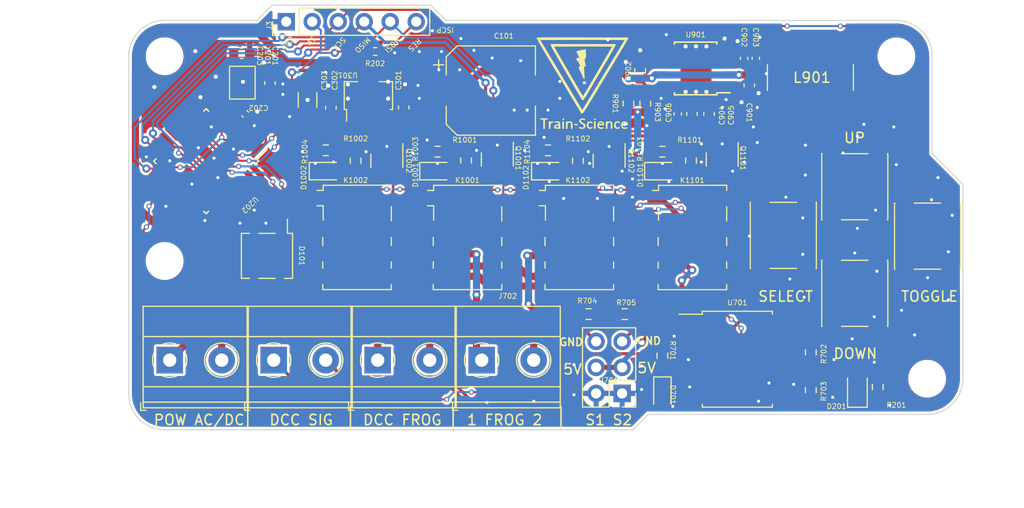
<source format=kicad_pcb>
(kicad_pcb (version 20221018) (generator pcbnew)
  (layers (0 "F.Cu" signal) (31 "B.Cu" signal) (34 "B.Paste" user) (35 "F.Paste" user) (36 "B.SilkS" user "B.Silkscreen") (37 "F.SilkS" user "F.Silkscreen") (38 "B.Mask" user) (39 "F.Mask" user) (44 "Edge.Cuts" user))
  (net 0 "")
  (net 1 "VCC")
  (net 2 "GND")
  (net 3 "/atmega/X1")
  (net 4 "+5V")
  (net 5 "/atmega/X2")
  (net 6 "Net-(U901-BS)")
  (net 7 "Net-(U901-SW)")
  (net 8 "+5VA")
  (net 9 "Net-(J101-Pin_2)")
  (net 10 "Net-(J101-Pin_1)")
  (net 11 "/atmega/LED")
  (net 12 "Net-(D201-A)")
  (net 13 "Net-(D701-K)")
  (net 18 "Net-(D1001-A)")
  (net 19 "Net-(D1002-A)")
  (net 20 "Net-(D1101-A)")
  (net 21 "Net-(D1102-A)")
  (net 26 "/Servo3-4/Servo2")
  (net 27 "/Servo3-4/Servo1")
  (net 28 "/Servo3-4/Frog1")
  (net 29 "/Servo3-4/Frog2")
  (net 46 "Net-(Q1001-G)")
  (net 47 "Net-(Q1002-G)")
  (net 48 "Net-(Q1101-G)")
  (net 49 "Net-(Q1102-G)")
  (net 50 "/atmega/reset")
  (net 51 "Net-(U701-EN)")
  (net 52 "/DCC/DCC_TTL")
  (net 53 "Net-(U901-FB)")
  (net 54 "/Servo3-4/Relay3")
  (net 55 "/Servo3-4/Relay4")
  (net 56 "/Servo3-4/Relay1")
  (net 57 "/Servo3-4/Relay2")
  (net 58 "/select")
  (net 59 "/toggle")
  (net 61 "/down")
  (net 62 "/up")
  (net 68 "/DCC_SIG_B")
  (net 69 "/DCC_FROG_B")
  (net 70 "/DCC_FROG_A")
  (net 71 "/DCC_SIG_A")
  (footprint "Package_SO:TI_SO-PowerPAD-8" (layer "F.Cu") (at 138.887 115.189 180)
    (fp_text reference "U901")
    (fp_text value "MT2499A")
  )
  (footprint "Relay_SMD:Relay_DPDT_Omron_G6K-2F-Y" (layer "F.Cu") (at 138.557 131.702)
    (fp_text reference "K1101")
    (fp_text value "G6K-2F-Y-TR DC5")
  )
  (footprint "custom_kicad_lib_sk:R_0603_smalltext" (layer "F.Cu") (at 105.664 124.203 -90)
    (fp_text reference "R1002")
    (fp_text value "22R")
  )
  (footprint "Capacitor_SMD:C_0603_1608Metric" (layer "F.Cu") (at 94.531324 113.698732 180)
    (fp_text reference "C203")
    (fp_text value "12pF")
  )
  (footprint "Package_TO_SOT_SMD:TO-269AA" (layer "F.Cu") (at 97 133.5 -90)
    (fp_text reference "D101")
    (fp_text value "MB10S")
  )
  (footprint "Diode_SMD:D_SOD-323" (layer "F.Cu") (at 113.538 125.222)
    (fp_text reference "D1001")
    (fp_text value "1N4148WS")
  )
  (footprint "custom_kicad_lib_sk:crystal_arduino" (layer "F.Cu") (at 94.372324 116.526732 90)
    (fp_text reference "Y201")
    (fp_text value "Crystal_GND2")
  )
  (footprint "custom_kicad_lib_sk:R_0603_smalltext" (layer "F.Cu") (at 135.636 143.256 -90)
    (fp_text reference "R701")
    (fp_text value "1k5")
  )
  (footprint "Package_TO_SOT_SMD:SOT-89-3" (layer "F.Cu") (at 106.91 117.8375 90)
    (fp_text reference "U301")
    (fp_text value "L78L05_SOT89")
  )
  (footprint "Package_TO_SOT_SMD:SOT-23" (layer "F.Cu") (at 141.478 124.082 -90)
    (fp_text reference "Q1101")
    (fp_text value "AO3400A")
  )
  (footprint "custom_kicad_lib_sk:R_0603_smalltext" (layer "F.Cu") (at 131.953 139.192)
    (fp_text reference "R705")
    (fp_text value "10k")
  )
  (footprint "Diode_SMD:D_SOD-323" (layer "F.Cu") (at 135.509 125.225)
    (fp_text reference "D1101")
    (fp_text value "1N4148WS")
  )
  (footprint "Inductor_SMD:L_Bourns-SRN8040_8x8.15mm" (layer "F.Cu") (at 150.0955 116.078 -90)
    (fp_text reference "L901")
    (fp_text value "L")
  )
  (footprint "custom_kicad_lib_sk:R_0603_smalltext" (layer "F.Cu") (at 113.665 123.317)
    (fp_text reference "R1003")
    (fp_text value "10k")
  )
  (footprint "Connector_PinHeader_2.54mm:PinHeader_2x03_P2.54mm_Vertical" (layer "F.Cu") (at 131.699 146.939 180)
    (fp_text reference "J701")
    (fp_text value "Servo")
  )
  (footprint "MountingHole:MountingHole_3.2mm_M3" (layer "F.Cu") (at 161.5 145.5)
    (fp_text reference "REF**" hide)
    (fp_text value "MountingHole_3.2mm_M3")
  )
  (footprint "custom_kicad_lib_sk:tactile_SMD_6mm" (layer "F.Cu") (at 154.432 126.746 -90)
    (fp_text reference "SW104" hide)
    (fp_text value "SW_Push")
  )
  (footprint "TerminalBlock_Phoenix:TerminalBlock_Phoenix_MKDS-1,5-2-5.08_1x02_P5.08mm_Horizontal" (layer "F.Cu") (at 107.818 143.688)
    (fp_text reference "J102" hide)
    (fp_text value "DCC_FROG")
  )
  (footprint "Diode_SMD:D_SOD-323" (layer "F.Cu") (at 135.636 146.939 -90)
    (fp_text reference "D701")
    (fp_text value "1N4148WS")
  )
  (footprint "Package_TO_SOT_SMD:SOT-23" (layer "F.Cu") (at 108.712 124.203 -90)
    (fp_text reference "Q1002")
    (fp_text value "AO3400A")
  )
  (footprint "Package_SO:SOP-8_6.62x9.15mm_P2.54mm" (layer "F.Cu") (at 142.959 143.5975)
    (fp_text reference "U701")
    (fp_text value "6N137")
  )
  (footprint "custom_kicad_lib_sk:R_0603_smalltext" (layer "F.Cu") (at 150.135 142.9325 -90)
    (fp_text reference "R702")
    (fp_text value "10k")
  )
  (footprint "Relay_SMD:Relay_DPDT_Omron_G6K-2F-Y" (layer "F.Cu") (at 105.791 131.693)
    (fp_text reference "K1002")
    (fp_text value "G6K-2F-Y-TR DC5")
  )
  (footprint "custom_kicad_lib_sk:R_0603_smalltext" (layer "F.Cu") (at 135.636 123.32)
    (fp_text reference "R1103")
    (fp_text value "10k")
  )
  (footprint "custom_kicad_lib_sk:tactile_SMD_6mm" (layer "F.Cu") (at 147.447 131.5 -90)
    (fp_text reference "SW101" hide)
    (fp_text value "SW_Push")
  )
  (footprint "Capacitor_SMD:C_0402_1005Metric" (layer "F.Cu") (at 144.7615 114.201 90)
    (fp_text reference "C903")
    (fp_text value "22nF")
  )
  (footprint "Capacitor_SMD:C_0402_1005Metric" (layer "F.Cu") (at 137.1415 119.632 90)
    (fp_text reference "C906")
    (fp_text value "100nF")
  )
  (footprint "Capacitor_SMD:CP_Elec_8x10.5" (layer "F.Cu") (at 118.872 117.348)
    (fp_text reference "C101")
    (fp_text value "1000uF")
  )
  (footprint "custom_kicad_lib_sk:tactile_SMD_6mm" (layer "F.Cu") (at 161.544 131.572 -90)
    (fp_text reference "SW102" hide)
    (fp_text value "SW_Push")
  )
  (footprint "Resistor_SMD:R_0603_1608Metric" (layer "F.Cu") (at 133.4585 115.443 90)
    (fp_text reference "R902")
    (fp_text value "20k")
  )
  (footprint "Diode_SMD:D_SOD-323" (layer "F.Cu") (at 102.743 125.219)
    (fp_text reference "D1002")
    (fp_text value "1N4148WS")
  )
  (footprint "custom_kicad_lib_sk:R_0603_smalltext" (layer "F.Cu") (at 116.459 124.1825 -90)
    (fp_text reference "R1001")
    (fp_text value "22R")
  )
  (footprint "custom_kicad_lib_sk:R_0603_smalltext" (layer "F.Cu") (at 128.4205 139.192 180)
    (fp_text reference "R704")
    (fp_text value "10k")
  )
  (footprint "Capacitor_SMD:C_0402_1005Metric" (layer "F.Cu") (at 143.6185 114.201 90)
    (fp_text reference "C902")
    (fp_text value "100nF")
  )
  (footprint "Resistor_SMD:R_0603_1608Metric_Pad0.98x0.95mm_HandSolder" (layer "F.Cu") (at 156.677 146.3205 90)
    (fp_text reference "R201")
    (fp_text value "6k2")
  )
  (footprint "Capacitor_SMD:C_0402_1005Metric" (layer "F.Cu") (at 94.870735 119.626143 -45)
    (fp_text reference "C202")
    (fp_text value "100nF")
  )
  (footprint "custom_kicad_lib_sk:R_0603_smalltext" (layer "F.Cu") (at 102.743 123.187)
    (fp_text reference "R1004")
    (fp_text value "10k")
  )
  (footprint "custom_kicad_lib_sk:Train-Science logo small" (layer "F.Cu") (at 127.889 116.713)
    (fp_text reference "G***" hide)
    (fp_text value "LOGO" hide)
  )
  (footprint "custom_kicad_lib_sk:tactile_SMD_6mm" (layer "F.Cu") (at 154.432 137.16 -90)
    (fp_text reference "SW103" hide)
    (fp_text value "SW_Push")
  )
  (footprint "Capacitor_SMD:C_0603_1608Metric" (layer "F.Cu") (at 138.5235 119.634 90)
    (fp_text reference "C904")
    (fp_text value "22uF")
  )
  (footprint "Relay_SMD:Relay_DPDT_Omron_G6K-2F-Y" (layer "F.Cu") (at 116.586 131.699)
    (fp_text reference "K1001")
    (fp_text value "G6K-2F-Y-TR DC5")
  )
  (footprint "Resistor_SMD:R_0402_1005Metric_Pad0.72x0.64mm_HandSolder" (layer "F.Cu") (at 107.569 113.538 180)
    (fp_text reference "R202")
    (fp_text value "10k")
  )
  (footprint "TerminalBlock_Phoenix:TerminalBlock_Phoenix_MKDS-1,5-2-5.08_1x02_P5.08mm_Horizontal" (layer "F.Cu") (at 97.658 143.688)
    (fp_text reference "J103" hide)
    (fp_text value "DCC_SIGNAL")
  )
  (footprint "custom_kicad_lib_sk:R_0603_smalltext" (layer "F.Cu") (at 138.43 124.1855 -90)
    (fp_text reference "R1101")
    (fp_text value "22R")
  )
  (footprint "Capacitor_SMD:C_0603_1608Metric" (layer "F.Cu") (at 97.293325 116.619732 -90)
    (fp_text reference "C201")
    (fp_text value "12pF")
  )
  (footprint "Connector_PinHeader_2.54mm:PinHeader_1x06_P2.54mm_Vertical" (layer "F.Cu") (at 98.88 110.617 90)
    (fp_text reference "J3")
    (fp_text value "ICSP")
  )
  (footprint "TerminalBlock_Phoenix:TerminalBlock_Phoenix_MKDS-1,5-2-5.08_1x02_P5.08mm_Horizontal" (layer "F.Cu") (at 87.498 143.688)
    (fp_text reference "J101" hide)
    (fp_text value "POWER")
  )
  (footprint "MountingHole:MountingHole_3.2mm_M3" (layer "F.Cu") (at 87 134 180)
    (fp_text reference "REF**" hide)
    (fp_text value "MountingHole_3.2mm_M3")
  )
  (footprint "Resistor_SMD:R_0603_1608Metric" (layer "F.Cu") (at 133.9665 118.618 -90)
    (fp_text reference "R903")
    (fp_text value "150k")
  )
  (footprint "LED_SMD:LED_0805_2012Metric_Pad1.15x1.40mm_HandSolder" (layer "F.Cu") (at 154.686 146.431 90)
    (fp_text reference "D201")
    (fp_text value "LED")
  )
  (footprint "Capacitor_SMD:C_0603_1608Metric_Pad1.08x0.95mm_HandSolder" (layer "F.Cu") (at 110.363 118.999 90)
    (fp_text reference "C301")
    (fp_text value "330nF")
  )
  (footprint "Package_TO_SOT_SMD:SOT-23" (layer "F.Cu") (at 130.429 124.209 -90)
    (fp_text reference "Q1102")
    (fp_text value "AO3400A")
  )
  (footprint "MountingHole:MountingHole_3.2mm_M3" (layer "F.Cu") (at 158.5 114)
    (fp_text reference "REF**" hide)
    (fp_text value "MountingHole_3.2mm_M3")
  )
  (footprint "MountingHole:MountingHole_3.2mm_M3" (layer "F.Cu") (at 87 114 180)
    (fp_text reference "REF**" hide)
    (fp_text value "MountingHole_3.2mm_M3")
  )
  (footprint "Resistor_SMD:R_0603_1608Metric" (layer "F.Cu") (at 132.3155 118.618 90)
    (fp_text reference "R901")
    (fp_text value "220k")
  )
  (footprint "Capacitor_SMD:C_0603_1608Metric" (layer "F.Cu") (at 144.1265 116.84 -90)
    (fp_text reference "C901")
    (fp_text value "22uF")
  )
  (footprint "TerminalBlock_Phoenix:TerminalBlock_Phoenix_MKDS-1,5-2-5.08_1x02_P5.08mm_Horizontal" (layer "F.Cu") (at 117.978 143.688)
    (fp_text reference "J702")
    (fp_text value "Frogs")
  )
  (footprint "Diode_SMD:D_SOD-323" (layer "F.Cu") (at 124.46 125.225)
    (fp_text reference "D1102")
    (fp_text value "1N4148WS")
  )
  (footprint "Capacitor_SMD:C_1206_3216Metric_Pad1.33x1.80mm_HandSolder" (layer "F.Cu") (at 100.965 118.2635 90)
    (fp_text reference "C303")
    (fp_text value "100uF")
  )
  (footprint "custom_kicad_lib_sk:R_0603_smalltext" (layer "F.Cu") (at 150.135 146.6155 90)
    (fp_text reference "R703")
    (fp_text value "10k")
  )
  (footprint "custom_kicad_lib_sk:R_0603_smalltext" (layer "F.Cu") (at 124.46 123.193)
    (fp_text reference "R1104")
    (fp_text value "10k")
  )
  (footprint "Capacitor_SMD:C_0603_1608Metric" (layer "F.Cu") (at 140.1895 119.634 90)
    (fp_text reference "C905")
    (fp_text value "22uF")
  )
  (footprint "Capacitor_SMD:C_0603_1608Metric_Pad1.08x0.95mm_HandSolder" (layer "F.Cu") (at 103.251 119.0255 90)
    (fp_text reference "C302")
    (fp_text value "100nF")
  )
  (footprint "Package_QFP:TQFP-32_7x7mm_P0.8mm" (layer "F.Cu") (at 91.061324 124.249731 -135)
    (fp_text reference "U202")
    (fp_text value "ATmega328-A")
  )
  (footprint "Relay_SMD:Relay_DPDT_Omron_G6K-2F-Y" (layer "F.Cu") (at 127.508 131.699)
    (fp_text reference "K1102")
    (fp_text value "G6K-2F-Y-TR DC5")
  )
  (footprint "custom_kicad_lib_sk:R_0603_smalltext" (layer "F.Cu") (at 127.381 124.209 -90)
    (fp_text reference "R1102")
    (fp_text value "22R")
  )
  (footprint "Package_TO_SOT_SMD:SOT-23" (layer "F.Cu") (at 119.507 124.079 -90)
    (fp_text reference "Q1001")
    (fp_text value "AO3400A")
  )
  (gr_line (start 105.156 150.495) (end 105.156 148.209) (stroke (width 0.15)) (layer "F.SilkS"))
  (gr_line (start 115.189 150.622) (end 115.189 148.336) (stroke (width 0.15)) (layer "F.SilkS"))
  (gr_line (start 95.123 150.495) (end 95.123 148.209) (stroke (width 0.15)) (layer "F.SilkS"))
  (gr_line (start 125.73 150.495) (end 125.73 148.209) (stroke (width 0.15)) (layer "F.SilkS"))
  (gr_line (start 113 109) (end 97.5 109) (stroke (width 0.1)) (layer "Edge.Cuts"))
  (gr_line (start 114.5 110.5) (end 158.5 110.5) (stroke (width 0.1)) (layer "Edge.Cuts"))
  (gr_line (start 93.5 150.5) (end 132.75 150.5) (stroke (width 0.1)) (layer "Edge.Cuts"))
  (gr_line (start 165 126.5) (end 165 145.5) (stroke (width 0.1)) (layer "Edge.Cuts"))
  (gr_arc (start 165 145.5) (mid 163.974874 147.974874) (end 161.5 149) (stroke (width 0.1)) (layer "Edge.Cuts"))
  (gr_arc (start 158.5 110.5) (mid 160.974874 111.525126) (end 162 114) (stroke (width 0.1)) (layer "Edge.Cuts"))
  (gr_line (start 132.75 150.5) (end 134.25 149) (stroke (width 0.1)) (layer "Edge.Cuts"))
  (gr_line (start 97.5 109) (end 96 110.5) (stroke (width 0.1)) (layer "Edge.Cuts"))
  (gr_line (start 93.5 150.5) (end 87 150.5) (stroke (width 0.1)) (layer "Edge.Cuts"))
  (gr_line (start 113 109) (end 114.5 110.5) (stroke (width 0.1)) (layer "Edge.Cuts"))
  (gr_line (start 162 123.5) (end 162 114) (stroke (width 0.1)) (layer "Edge.Cuts"))
  (gr_line (start 83.5 147) (end 83.5 114) (stroke (width 0.1)) (layer "Edge.Cuts"))
  (gr_arc (start 87 150.5) (mid 84.525126 149.474874) (end 83.5 147) (stroke (width 0.1)) (layer "Edge.Cuts"))
  (gr_line (start 96 110.5) (end 87 110.5) (stroke (width 0.1)) (layer "Edge.Cuts"))
  (gr_line (start 165 126.5) (end 162 123.5) (stroke (width 0.1)) (layer "Edge.Cuts"))
  (gr_line (start 134.25 149) (end 161.5 149) (stroke (width 0.1)) (layer "Edge.Cuts"))
  (gr_arc (start 83.5 114) (mid 84.525126 111.525126) (end 87 110.5) (stroke (width 0.1)) (layer "Edge.Cuts"))
  (gr_text "UP" (at 153.289 122.555) (layer "F.SilkS") (effects (font (size 1 1)) (justify left bottom)))
  (gr_text "SCK" (at 104.394 112.014 225) (layer "F.SilkS") (effects (font (size 0.5 0.5) (thickness 0.075)) (justify left bottom)))
  (gr_text "RES" (at 111.76 112.141 -135) (layer "F.SilkS") (effects (font (size 0.5 0.5) (thickness 0.075)) (justify left bottom)))
  (gr_text "GND" (at 133.096 142.24) (layer "F.SilkS") (effects (font (size 0.75 0.75)) (justify left bottom)))
  (gr_text "DCC FROG" (at 106.299 150.114) (layer "F.SilkS") (effects (font (size 1 1)) (justify left bottom)))
  (gr_text "ISCP" (at 115.316 111.125 180) (layer "F.SilkS") (effects (font (size 0.5 0.5) (thickness 0.075)) (justify left bottom)))
  (gr_text "SELECT" (at 144.907 138.049) (layer "F.SilkS") (effects (font (size 1 1)) (justify left bottom)))
  (gr_text "GND" (at 99.314 111.887 225) (layer "F.SilkS") (effects (font (size 0.5 0.5) (thickness 0.075)) (justify left bottom)))
  (gr_text "GND" (at 125.476 142.367) (layer "F.SilkS") (effects (font (size 0.75 0.75)) (justify left bottom)))
  (gr_text "1 FROG 2" (at 116.459 150.114) (layer "F.SilkS") (effects (font (size 1 1)) (justify left bottom)))
  (gr_text "POW AC/DC" (at 85.852 150.114) (layer "F.SilkS") (effects (font (size 1 1)) (justify left bottom)))
  (gr_text "MISO" (at 106.807 112.014 225) (layer "F.SilkS") (effects (font (size 0.5 0.5) (thickness 0.075)) (justify left bottom)))
  (gr_text "DOWN" (at 152.273 143.637) (layer "F.SilkS") (effects (font (size 1 1)) (justify left bottom)))
  (gr_text "5V\n" (at 101.473 111.887 225) (layer "F.SilkS") (effects (font (size 0.5 0.5) (thickness 0.075)) (justify left bottom)))
  (gr_text "MOSI" (at 109.728 112.014 225) (layer "F.SilkS") (effects (font (size 0.5 0.5) (thickness 0.075)) (justify left bottom)))
  (gr_text "5V" (at 125.857 145.161) (layer "F.SilkS") (effects (font (size 1 1)) (justify left bottom)))
  (gr_text "TOGGLE" (at 158.877 138.049) (layer "F.SilkS") (effects (font (size 1 1)) (justify left bottom)))
  (gr_text "5V" (at 133.096 145.034) (layer "F.SilkS") (effects (font (size 1 1)) (justify left bottom)))
  (gr_text "DCC SIG" (at 97.155 150.114) (layer "F.SilkS") (effects (font (size 1 1)) (justify left bottom)))
  (gr_text "S1 S2" (at 128.016 150.114) (layer "F.SilkS") (effects (font (size 1 1)) (justify left bottom)))
  (segment (start 84.15 115.85) (end 84.8 115.2) (width 0.7) (layer "F.Cu") (net 1))
  (segment (start 134.60305 116.14805) (end 134.9271 115.824) (width 0.7) (layer "F.Cu") (net 1))
  (segment (start 143.8855 115.824) (end 144.1265 116.065) (width 0.7) (layer "F.Cu") (net 1))
  (segment (start 111.4425 114.6175) (end 114.173 117.348) (width 0.7) (layer "F.Cu") (net 1))
  (segment (start 84.8 115.2) (end 84.8 113.08873) (width 0.7) (layer "F.Cu") (net 1))
  (segment (start 141.667 115.824) (end 143.1105 115.824) (width 0.7) (layer "F.Cu") (net 1))
  (segment (start 84.15 128.473) (end 84.15 115.85) (width 0.7) (layer "F.Cu") (net 1))
  (segment (start 86.08873 111.8) (end 96.179 111.8) (width 0.7) (layer "F.Cu") (net 1))
  (segment (start 143.1105 115.824) (end 143.8855 115.824) (width 0.7) (layer "F.Cu") (net 1))
  (segment (start 117.983 115.443) (end 116.078 117.348) (width 0.7) (layer "F.Cu") (net 1))
  (segment (start 97.22 131.475) (end 94.402629 131.475) (width 0.7) (layer "F.Cu") (net 1))
  (segment (start 134.9271 115.824) (end 136.107 115.824) (width 0.7) (layer "F.Cu") (net 1))
  (segment (start 131.62895 115.443) (end 117.983 115.443) (width 0.7) (layer "F.Cu") (net 1))
  (segment (start 98.9965 114.6175) (end 111.4425 114.6175) (width 0.7) (layer "F.Cu") (net 1))
  (segment (start 86.525 130.848) (end 84.15 128.473) (width 0.7) (layer "F.Cu") (net 1))
  (segment (start 84.8 113.08873) (end 86.08873 111.8) (width 0.7) (layer "F.Cu") (net 1))
  (segment (start 132.334 116.14805) (end 131.62895 115.443) (width 0.7) (layer "F.Cu") (net 1))
  (segment (start 94.402629 131.475) (end 93.775629 130.848) (width 0.7) (layer "F.Cu") (net 1))
  (segment (start 93.775629 130.848) (end 86.525 130.848) (width 0.7) (layer "F.Cu") (net 1))
  (segment (start 110.363 119.8615) (end 111.6595 119.8615) (width 0.5) (layer "F.Cu") (net 1))
  (segment (start 108.41 119.7875) (end 110.289 119.7875) (width 0.5) (layer "F.Cu") (net 1))
  (segment (start 111.6595 119.8615) (end 114.173 117.348) (width 0.5) (layer "F.Cu") (net 1))
  (segment (start 96.179 111.8) (end 98.9965 114.6175) (width 0.7) (layer "F.Cu") (net 1))
  (segment (start 98.27 130.425) (end 97.22 131.475) (width 0.7) (layer "F.Cu") (net 1))
  (via (at 143.1105 115.824) (size 0.8) (drill 0.4) (layers "F.Cu" "B.Cu") (net 1))
  (via (at 134.60305 116.14805) (size 0.8) (drill 0.4) (layers "F.Cu" "B.Cu") (net 1))
  (via (at 132.334 116.14805) (size 0.8) (drill 0.4) (layers "F.Cu" "B.Cu") (net 1))
  (segment (start 134.9271 115.824) (end 134.60305 116.14805) (width 0.7) (layer "B.Cu") (net 1))
  (segment (start 143.1105 115.824) (end 134.9271 115.824) (width 0.7) (layer "B.Cu") (net 1))
  (segment (start 134.60305 116.14805) (end 132.334 116.14805) (width 0.7) (layer "B.Cu") (net 1))
  (segment (start 97.293325 115.844731) (end 95.910324 115.844731) (width 0.25) (layer "F.Cu") (net 2))
  (segment (start 94.779815 119.965554) (end 93.783685 120.961684) (width 0.2) (layer "F.Cu") (net 2))
  (segment (start 138.9195 117.475) (end 138.9195 118.463) (width 1) (layer "F.Cu") (net 2))
  (segment (start 96.055325 119.413731) (end 95.761969 119.413731) (width 0.2) (layer "F.Cu") (net 2))
  (segment (start 133.4585 113.411) (end 133.4335 113.436) (width 1) (layer "F.Cu") (net 2))
  (segment (start 124.46 119.253) (end 124.46 119.236) (width 0.2) (layer "F.Cu") (net 2))
  (segment (start 94.658324 116.360732) (end 95.542324 115.476732) (width 0.25) (layer "F.Cu") (net 2))
  (segment (start 133.4335 113.436) (end 133.4335 114.618) (width 1) (layer "F.Cu") (net 2))
  (segment (start 95.631 121.377111) (end 95.631 120.904) (width 0.2) (layer "F.Cu") (net 2))
  (segment (start 95.631 120.904) (end 95.758 120.777) (width 0.2) (layer "F.Cu") (net 2))
  (segment (start 137.9035 118.3) (end 137.9035 117.475) (width 1) (layer "F.Cu") (net 2))
  (segment (start 133.4585 114.618) (end 132.1255 114.618) (width 0.7) (layer "F.Cu") (net 2))
  (segment (start 140.1895 118.859) (end 139.9865 119.062) (width 1) (layer "F.Cu") (net 2))
  (segment (start 132.1255 114.618) (end 132.0615 114.554) (width 0.7) (layer "F.Cu") (net 2))
  (segment (start 145.034 117.602) (end 144.1395 117.602) (width 0.7) (layer "F.Cu") (net 2))
  (segment (start 94.658324 116.492732) (end 94.658324 116.360732) (width 0.25) (layer "F.Cu") (net 2))
  (segment (start 95.761969 119.413731) (end 95.210146 119.965554) (width 0.2) (layer "F.Cu") (net 2))
  (segment (start 95.758 120.777) (end 95.631 120.65) (width 0.2) (layer "F.Cu") (net 2))
  (segment (start 141.541 119.062) (end 141.478 118.999) (width 0.7) (layer "F.Cu") (net 2))
  (segment (start 139.9355 117.475) (end 139.9355 118.605) (width 1) (layer "F.Cu") (net 2))
  (segment (start 138.9195 118.463) (end 138.5235 118.859) (width 1) (layer "F.Cu") (net 2))
  (segment (start 141.1175 122.555) (end 140.528 123.1445) (width 0.2) (layer "F.Cu") (net 2))
  (segment (start 144.1265 117.615) (end 142.6795 119.062) (width 0.7) (layer "F.Cu") (net 2))
  (segment (start 142.6795 119.062) (end 141.541 119.062) (width 0.7) (layer "F.Cu") (net 2))
  (segment (start 139.3005 119.062) (end 137.1415 119.062) (width 1) (layer "F.Cu") (net 2))
  (segment (start 95.631 120.65) (end 95.631 120.386408) (width 0.2) (layer "F.Cu") (net 2))
  (segment (start 93.642324 117.376732) (end 94.526324 116.492732) (width 0.25) (layer "F.Cu") (net 2))
  (segment (start 139.9355 113.03) (end 139.9355 117.475) (width 1) (layer "F.Cu") (net 2))
  (segment (start 141.415 119.062) (end 139.3005 119.062) (width 0.7) (layer "F.Cu") (net 2))
  (segment (start 95.631 120.386408) (end 95.210146 119.965554) (width 0.2) (layer "F.Cu") (net 2))
  (segment (start 94.915056 122.093055) (end 95.631 121.377111) (width 0.2) (layer "F.Cu") (net 2))
  (segment (start 137.9035 113.03) (end 137.9035 117.475) (width 1) (layer "F.Cu") (net 2))
  (segment (start 121.158 119.253) (end 121.158 118.762) (width 0.2) (layer "F.Cu") (net 2))
  (segment (start 94.526324 116.492732) (end 94.658324 116.492732) (width 0.25) (layer "F.Cu") (net 2))
  (segment (start 139.9355 118.605) (end 140.1895 118.859) (width 1) (layer "F.Cu") (net 2))
  (segment (start 140.1895 113.284) (end 139.9355 113.03) (width 1) (layer "F.Cu") (net 2))
  (segment (start 141.478 122.555) (end 141.1175 122.555) (width 0.2) (layer "F.Cu") (net 2))
  (segment (start 137.1415 119.062) (end 137.9035 118.3) (width 1) (layer "F.Cu") (net 2))
  (segment (start 124.46 119.236) (end 122.572 117.348) (width 0.2) (layer "F.Cu") (net 2))
  (segment (start 95.306325 113.698732) (end 95.306324 115.240731) (width 0.25) (layer "F.Cu") (net 2))
  (segment (start 141.478 118.999) (end 141.415 119.062) (width 0.7) (layer "F.Cu") (net 2))
  (segment (start 121.158 118.762) (end 122.572 117.348) (width 0.2) (layer "F.Cu") (net 2))
  (segment (start 139.9865 119.062) (end 139.3005 119.062) (width 1) (layer "F.Cu") (net 2))
  (segment (start 138.9195 117.475) (end 138.9195 113.03) (width 1) (layer "F.Cu") (net 2))
  (segment (start 141.667 113.284) (end 140.1895 113.284) (width 1) (layer "F.Cu") (net 2))
  (segment (start 95.210146 119.965554) (end 94.779815 119.965554) (width 0.2) (layer "F.Cu") (net 2))
  (via (at 87.503 124.206) (size 0.5) (drill 0.3) (layers "F.Cu" "B.Cu") (net 2))
  (via (at 152.273 147.32) (size 0.5) (drill 0.3) (layers "F.Cu" "B.Cu") (net 2))
  (via (at 95.758 120.777) (size 0.5) (drill 0.3) (layers "F.Cu" "B.Cu") (net 2))
  (via (at 117.221 113.411) (size 0.5) (drill 0.3) (layers "F.Cu" "B.Cu") (net 2))
  (via (at 139.9355 113.03) (size 0.8) (drill 0.4) (layers "F.Cu" "B.Cu") (net 2))
  (via (at 123.063 147.701) (size 0.5) (drill 0.3) (layers "F.Cu" "B.Cu") (net 2))
  (via (at 139.446 122.555) (size 0.5) (drill 0.3) (layers "F.Cu" "B.Cu") (net 2))
  (via (at 123.444 124.46) (size 0.5) (drill 0.3) (layers "F.Cu" "B.Cu") (net 2))
  (via (at 92 116) (size 0.8) (drill 0.4) (layers "F.Cu" "B.Cu") (net 2))
  (via (at 138.9195 113.03) (size 0.8) (drill 0.4) (layers "F.Cu" "B.Cu") (net 2))
  (via (at 129.286 127.889) (size 0.5) (drill 0.3) (layers "F.Cu" "B.Cu") (net 2))
  (via (at 115.824 115.316) (size 0.5) (drill 0.3) (layers "F.Cu" "B.Cu") (net 2))
  (via (at 158.242 120.904) (size 0.5) (drill 0.3) (layers "F.Cu" "B.Cu") (net 2))
  (via (at 163.576 137.795) (size 0.5) (drill 0.3) (layers "F.Cu" "B.Cu") (net 2))
  (via (at 90.932 130.048) (size 0.5) (drill 0.3) (layers "F.Cu" "B.Cu") (net 2))
  (via (at 111.252 123.444) (size 0.5) (drill 0.3) (layers "F.Cu" "B.Cu") (net 2))
  (via (at 152.4 143.637) (size 0.5) (drill 0.3) (layers "F.Cu" "B.Cu") (net 2))
  (via (at 102.997 116.8665) (size 0.8) (drill 0.4) (layers "F.Cu" "B.Cu") (net 2))
  (via (at 95.758 129.032) (size 0.5) (drill 0.3) (layers "F.Cu" "B.Cu") (net 2))
  (via (at 145.034 147.701) (size 0.5) (drill 0.3) (layers "F.Cu" "B.Cu") (net 2))
  (via (at 131.699 125.222) (size 0.5) (drill 0.3) (layers "F.Cu" "B.Cu") (net 2))
  (via (at 146.05 145.923) (size 0.5) (drill 0.3) (layers "F.Cu" "B.Cu") (net 2))
  (via (at 132.0615 114.554) (size 0.8) (drill 0.4) (layers "F.Cu" "B.Cu") (net 2))
  (via (at 101.727 124.46) (size 0.5) (drill 0.3) (layers "F.Cu" "B.Cu") (net 2))
  (via (at 141.478 118.999) (size 0.5) (drill 0.3) (layers "F.Cu" "B.Cu") (net 2))
  (via (at 106.68 123.317) (size 0.5) (drill 0.3) (layers "F.Cu" "B.Cu") (net 2))
  (via (at 127 144.145) (size 0.5) (drill 0.3) (layers "F.Cu" "B.Cu") (net 2))
  (via (at 114.046 113.538) (size 0.5) (drill 0.3) (layers "F.Cu" "B.Cu") (net 2))
  (via (at 137.9035 117.475) (size 0.8) (drill 0.4) (layers "F.Cu" "B.Cu") (net 2))
  (via (at 148.463 146.05) (size 0.5) (drill 0.3) (layers "F.Cu" "B.Cu") (net 2))
  (via (at 92.202 125.857) (size 0.5) (drill 0.3) (layers "F.Cu" "B.Cu") (net 2))
  (via (at 130.302 112.395) (size 0.5) (drill 0.3) (layers "F.Cu" "B.Cu") (net 2))
  (via (at 94.658324 116.492732) (size 0.8) (drill 0.4) (layers "F.Cu" "B.Cu") (net 2))
  (via (at 161.544 135.636) (size 0.5) (drill 0.3) (layers "F.Cu" "B.Cu") (net 2))
  (via (at 127 147.066) (size 0.5) (drill 0.3) (layers "F.Cu" "B.Cu") (net 2))
  (via (at 141.478 122.555) (size 0.5) (drill 0.3) (layers "F.Cu" "B.Cu") (net 2))
  (via (at 118.999 114.173) (size 0.5) (drill 0.3) (layers "F.Cu" "B.Cu") (net 2))
  (via (at 143.3645 118.491) (size 0.8) (drill 0.4) (layers "F.Cu" "B.Cu") (net 2))
  (via (at 137.9035 113.03) (size 0.8) (drill 0.4) (layers "F.Cu" "B.Cu") (net 2))
  (via (at 103.505 124.333) (size 0.5) (drill 0.3) (layers "F.Cu" "B.Cu") (net 2))
  (via (at 139.446 124.333) (size 0.5) (drill 0.3) (layers "F.Cu" "B.Cu") (net 2))
  (via (at 149.606 122.682) (size 0.5) (drill 0.3) (layers "F.Cu" "B.Cu") (net 2))
  (via (at 128.016 116.586) (size 0.5) (drill 0.3) (layers "F.Cu" "B.Cu") (net 2))
  (via (at 134.112 120.777) (size 0.5) (drill 0.3) (layers "F.Cu" "B.Cu") (net 2))
  (via (at 100.457 123.317) (size 0.5) (drill 0.3) (layers "F.Cu" "B.Cu") (net 2))
  (via (at 154.432 133.223) (size 0.5) (drill 0.3) (layers "F.Cu" "B.Cu") (net 2))
  (via (at 98.552 117.729) (size 0.5) (drill 0.3) (layers "F.Cu" "B.Cu") (net 2))
  (via (at 132.715 125.984) (size 0.5) (drill 0.3) (layers "F.Cu" "B.Cu") (net 2))
  (via (at 124.46 119.253) (size 0.5) (drill 0.3) (layers "F.Cu" "B.Cu") (net 2))
  (via (at 161.925 128.016) (size 0.5) (drill 0.3) (layers "F.Cu" "B.Cu") (net 2))
  (via (at 94.361 130.302) (size 0.5) (drill 0.3) (layers "F.Cu" "B.Cu") (net 2))
  (via (at 149.479 137.541) (size 0.5) (drill 0.3) (layers "F.Cu" "B.Cu") (net 2))
  (via (at 143.637 124.333) (size 0.5) (drill 0.3) (layers "F.Cu" "B.Cu") (net 2))
  (via (at 135.509 118.11) (size 0.5) (drill 0.3) (layers "F.Cu" "B.Cu") (net 2))
  (via (at 87.122 128.651) (size 0.5) (drill 0.3) (layers "F.Cu" "B.Cu") (net 2))
  (via (at 108.839 116.4855) (size 0.8) (drill 0.4) (layers "F.Cu" "B.Cu") (net 2))
  (via (at 113.157 111.506) (size 0.5) (drill 0.3) (layers "F.Cu" "B.Cu") (net 2))
  (via (at 121.158 119.253) (size 0.5) (drill 0.3) (layers "F.Cu" "B.Cu") (net 2))
  (via (at 125.603 118.11) (size 0.5) (drill 0.3) (layers "F.Cu" "B.Cu") (net 2))
  (via (at 131.953 120.65) (size 0.5) (drill 0.3) (layers "F.Cu" "B.Cu") (net 2))
  (via (at 124.587 126.238) (size 0.5) (drill 0.3) (layers "F.Cu" "B.Cu") (net 2))
  (via (at 138.303 146.304) (size 0.5) (drill 0.3) (layers "F.Cu" "B.Cu") (net 2))
  (via (at 100.965 118.2635) (size 0.8) (drill 0.4) (layers "F.Cu" "B.Cu") (net 2))
  (via (at 154.178 141.605) (size 0.5) (drill 0.3) (layers "F.Cu" "B.Cu") (net 2))
  (via (at 111.887 113.538) (size 0.5) (drill 0.3) (layers "F.Cu" "B.Cu") (net 2))
  (via (at 112.649 122.174) (size 0.5) (drill 0.3) (layers "F.Cu" "B.Cu") (net 2))
  (via (at 132.715 127.762) (size 0.5) (drill 0.3) (layers "F.Cu" "B.Cu") (net 2))
  (via (at 128.524 124.46) (size 0.5) (drill 0.3) (layers "F.Cu" "B.Cu") (net 2))
  (via (at 89.662 126.492) (size 0.5) (drill 0.3) (layers "F.Cu" "B.Cu") (net 2))
  (via (at 118.491 147.828) (size 0.5) (drill 0.3) (layers "F.Cu" "B.Cu") (net 2))
  (via (at 93.726 123.063) (size 0.5) (drill 0.3) (layers "F.Cu" "B.Cu") (net 2))
  (via (at 125.984 127.889) (size 0.5) (drill 0.3) (layers "F.Cu" "B.Cu") (net 2))
  (via (at 159.004 138.811) (size 0.5) (drill 0.3) (layers "F.Cu" "B.Cu") (net 2))
  (via (at 141.859 118.237) (size 0.5) (drill 0.3) (layers "F.Cu" "B.Cu") (net 2))
  (via (at 144.526 120.904) (size 0.5) (drill 0.3) (layers "F.Cu" "B.Cu") (net 2))
  (via (at 139.9355 117.475) (size 0.8) (drill 0.4) (layers "F.Cu" "B.Cu") (net 2))
  (via (at 108.839 118.1365) (size 0.8) (drill 0.4) (layers "F.Cu" "B.Cu") (net 2))
  (via (at 113.665 124.46) (size 0.5) (drill 0.3) (layers "F.Cu" "B.Cu") (net 2))
  (via (at 154.686 121.793) (size 0.5) (drill 0.3) (layers "F.Cu" "B.Cu") (net 2))
  (via (at 163.957 129.54) (size 0.5) (drill 0.3) (layers "F.Cu" "B.Cu") (net 2))
  (via (at 149.606 125.603) (size 0.5) (drill 0.3) (layers "F.Cu" "B.Cu") (net 2))
  (via (at 122.428 119.253) (size 0.5) (drill 0.3) (layers "F.Cu" "B.Cu") (net 2))
  (via (at 128.397 123.317) (size 0.5) (drill 0.3) (layers "F.Cu" "B.Cu") (net 2))
  (via (at 141.7135 112.268) (size 0.8) (drill 0.4) (layers "F.Cu" "B.Cu") (net 2))
  (via (at 96.055325 119.413731) (size 0.8) (drill 0.4) (layers "F.Cu" "B.Cu") (net 2))
  (via (at 138.176 143.637) (size 0.5) (drill 0.3) (layers "F.Cu" "B.Cu") (net 2))
  (via (at 96.901 130.302) (size 0.5) (drill 0.3) (layers "F.Cu" "B.Cu") (net 2))
  (via (at 104.902 118.1365) (size 0.8) (drill 0.4) (layers "F.Cu" "B.Cu") (net 2))
  (via (at 125.603 116.459) (size 0.5) (drill 0.3) (layers "F.Cu" "B.Cu") (net 2))
  (via (at 156.337 139.446) (size 0.5) (drill 0.3) (layers "F.Cu" "B.Cu") (net 2))
  (via (at 102.743 115.57) (size 0.5) (drill 0.3) (layers "F.Cu" "B.Cu") (net 2))
  (via (at 145.161 112.141) (size 0.5) (drill 0.3) (layers "F.Cu" "B.Cu") (net 2))
  (via (at 142.494 125.222) (size 0.5) (drill 0.3) (layers "F.Cu" "B.Cu") (net 2))
  (via (at 136.271 126.238) (size 0.5) (drill 0.3) (layers "F.Cu" "B.Cu") (net 2))
  (via (at 98.552 116.713) (size 0.5) (drill 0.3) (layers "F.Cu" "B.Cu") (net 2))
  (via (at 135.89 119.126) (size 0.5) (drill 0.3) (layers "F.Cu" "B.Cu") (net 2))
  (via (at 90.5 118) (size 0.8) (drill 0.4) (layers "F.Cu" "B.Cu") (net 2))
  (via (at 104.902 116.7395) (size 0.8) (drill 0.4) (layers "F.Cu" "B.Cu") (net 2))
  (via (at 113.792 115.316) (size 0.5) (drill 0.3) (layers "F.Cu" "B.Cu") (net 2))
  (via (at 117.475 123.19) (size 0.5) (drill 0.3) (layers "F.Cu" "B.Cu") (net 2))
  (via (at 154.686 130.81) (size 0.5) (drill 0.3) (layers "F.Cu" "B.Cu") (net 2))
  (via (at 162.56 125.857) (size 0.5) (drill 0.3) (layers "F.Cu" "B.Cu") (net 2))
  (via (at 133.604 144.272) (size 0.5) (drill 0.3) (layers "F.Cu" "B.Cu") (net 2))
  (via (at 86 117) (size 0.8) (drill 0.4) (layers "F.Cu" "B.Cu") (net 2))
  (via (at 149.352 129.794) (size 0.5) (drill 0.3) (layers "F.Cu" "B.Cu") (net 2))
  (via (at 90 113.5) (size 0.8) (drill 0.4) (layers "F.Cu" "B.Cu") (net 2))
  (via (at 156.591 135.001) (size 0.5) (drill 0.3) (layers "F.Cu" "B.Cu") (net 2))
  (via (at 157.861 148.082) (size 0.5) (drill 0.3) (layers "F.Cu" "B.Cu") (net 2))
  (via (at 111.76 116.84) (size 0.5) (drill 0.3) (layers "F.Cu" "B.Cu") (net 2))
  (via (at 99.215062 119.890428) (size 0.5) (drill 0.3) (layers "F.Cu" "B.Cu") (net 2))
  (via (at 90.297 122.936) (size 0.5) (drill 0.3) (layers "F.Cu" "B.Cu") (net 2))
  (via (at 127.381 114.3) (size 0.5) (drill 0.3) (layers "F.Cu" "B.Cu") (net 2))
  (via (at 124.587 124.46) (size 0.5) (drill 0.3) (layers "F.Cu" "B.Cu") (net 2))
  (via (at 110.49 116.7395) (size 0.8) (drill 0.4) (layers "F.Cu" "B.Cu") (net 2))
  (via (at 111.887 118.11) (size 0.5) (drill 0.3) (layers "F.Cu" "B.Cu") (net 2))
  (via (at 144.145 131.572) (size 0.5) (drill 0.3) (layers "F.Cu" "B.Cu") (net 2))
  (via (at 155.321 120.65) (size 0.5) (drill 0.3) (layers "F.Cu" "B.Cu") (net 2))
  (via (at 135.636 124.46) (size 0.5) (drill 0.3) (layers "F.Cu" "B.Cu") (net 2))
  (via (at 91.821 123.952) (size 0.5) (drill 0.3) (layers "F.Cu" "B.Cu") (net 2))
  (via (at 160.274 141.224) (size 0.5) (drill 0.3) (layers "F.Cu" "B.Cu") (net 2))
  (via (at 124.079 121.92) (size 0.5) (drill 0.3) (layers "F.Cu" "B.Cu") (net 2))
  (via (at 148.082 135.763) (size 0.5) (drill 0.3) (layers "F.Cu" "B.Cu") (net 2))
  (via (at 85.217 123.825) (size 0.5) (drill 0.3) (layers "F.Cu" "B.Cu") (net 2))
  (via (at 136.779 141.351) (size 0.5) (drill 0.3) (layers "F.Cu" "B.Cu") (net 2))
  (via (at 163.576 133.096) (size 0.5) (drill 0.3) (layers "F.Cu" "B.Cu") (net 2))
  (via (at 96.690324 114.587731) (size 0.8) (drill 0.4) (layers "F.Cu" "B.Cu") (net 2))
  (via (at 91.567 120.904) (size 0.5) (drill 0.3) (layers "F.Cu" "B.Cu") (net 2))
  (via (at 156.337 143.891) (size 0.5) (drill 0.3) (layers "F.Cu" "B.Cu") (net 2))
  (via (at 145.034 117.602) (size 0.8) (drill 0.4) (layers "F.Cu" "B.Cu") (net 2))
  (via (at 119.507 122.682) (size 0.5) (drill 0.3) (layers "F.Cu" "B.Cu") (net 2))
  (via (at 156.464 129.032) (size 0.5) (drill 0.3) (layers "F.Cu" "B.Cu") (net 2))
  (via (at 149.352 133.35) (size 0.5) (drill 0.3) (layers "F.Cu" "B.Cu") (net 2))
  (via (at 115.951 112.268) (size 0.5) (drill 0.3) (layers "F.Cu" "B.Cu") (net 2))
  (via (at 147.701 127.762) (size 0.5) (drill 0.3) (layers "F.Cu" "B.Cu") (net 2))
  (via (at 108.712 122.809) (size 0.5) (drill 0.3) (layers "F.Cu" "B.Cu") (net 2))
  (via (at 145.796 115.697) (size 0.5) (drill 0.3) (layers "F.Cu" "B.Cu") (net 2))
  (via (at 153.289 123.444) (size 0.5) (drill 0.3) (layers "F.Cu" "B.Cu") (net 2))
  (via (at 158.496 124.587) (size 0.5) (drill 0.3) (layers "F.Cu" "B.Cu") (net 2))
  (via (at 133.4585 113.411) (size 0.8) (drill 0.4) (layers "F.Cu" "B.Cu") (net 2))
  (via (at 144.907 118.999) (size 0.5) (drill 0.3) (layers "F.Cu" "B.Cu") (net 2))
  (via (at 136.017 111.887) (size 0.5) (drill 0.3) (layers "F.Cu" "B.Cu") (net 2))
  (via (at 109.474 113.665) (size 0.5) (drill 0.3) (layers "F.Cu" "B.Cu") (net 2))
  (via (at 144.907 122.428) (size 0.5) (drill 0.3) (layers "F.Cu" "B.Cu") (net 2))
  (via (at 142.9835 112.522) (size 0.8) (drill 0.4) (layers "F.Cu" "B.Cu") (net 2))
  (via (at 130.429 122.809) (size 0.5) (drill 0.3) (layers "F.Cu" "B.Cu") (net 2))
  (via (at 136.652 148.209) (size 0.5) (drill 0.3) (layers "F.Cu" "B.Cu") (net 2))
  (via (at 121.793 114.427) (size 0.5) (drill 0.3) (layers "F.Cu" "B.Cu") (net 2))
  (via (at 138.9195 117.475) (size 0.8) (drill 0.4) (layers "F.Cu" "B.Cu") (net 2))
  (via (at 133.604 146.558) (size 0.5) (drill 0.3) (layers "F.Cu" "B.Cu") (net 2))
  (via (at 122.174 123.19) (size 0.5) (drill 0.3) (layers "F.Cu" "B.Cu") (net 2))
  (segment (start 93.847122 119.115334) (end 95.285725 117.676731) (width 0.25) (layer "F.Cu") (net 3))
  (segment (start 97.293325 117.394732) (end 95.824325 117.394731) (width 0.25) (layer "F.Cu") (net 3))
  (segment (start 92.652314 119.830315) (end 93.367294 119.115334) (width 0.25) (layer "F.Cu") (net 3))
  (segment (start 93.367294 119.115334) (end 93.847122 119.115334) (width 0.25) (layer "F.Cu") (net 3))
  (segment (start 99.441 118.491) (end 99.6315 118.6815) (width 0.2) (layer "F.Cu") (net 4))
  (segment (start 94.531324 119.286732) (end 95.104325 118.713731) (width 0.2) (layer "F.Cu") (net 4))
  (segment (start 129.333 139.192) (end 131.0405 139.192) (width 0.3) (layer "F.Cu") (net 4))
  (segment (start 156.677 147.233) (end 155.529 148.381) (width 0.3) (layer "F.Cu") (net 4))
  (segment (start 92.583 121.030999) (end 92.583 121.92) (width 0.2) (layer "F.Cu") (net 4))
  (segment (start 133.595568 143.059) (end 136.192568 140.462) (width 0.3) (layer "F.Cu") (net 4))
  (segment (start 98.352318 147.526318) (end 96.495 145.669) (width 0.2) (layer "F.Cu") (net 4))
  (segment (start 99.6315 118.6815) (end 99.2505 118.6815) (width 0.2) (layer "F.Cu") (net 4))
  (segment (start 136.192568 140.462) (end 142.621 140.462) (width 0.3) (layer "F.Cu") (net 4))
  (segment (start 143.2955 139.7875) (end 147.484 139.7875) (width 0.3) (layer "F.Cu") (net 4))
  (segment (start 130.499 142.356057) (end 130.913971 142.771029) (width 0.3) (layer "F.Cu") (net 4))
  (segment (start 150.96 146.703) (end 150.96 142.845) (width 0.3) (layer "F.Cu") (net 4))
  (segment (start 150.135 141.753) (end 148.1695 139.7875) (width 0.3) (layer "F.Cu") (net 4))
  (segment (start 155.529 148.381) (end 150.988 148.381) (width 0.3) (layer "F.Cu") (net 4))
  (segment (start 96.495 145.669) (end 86.233 145.669) (width 0.2) (layer "F.Cu") (net 4))
  (segment (start 94.349371 121.52737) (end 93.702741 122.174) (width 0.2) (layer "F.Cu") (net 4))
  (segment (start 131.201943 143.059) (end 133.595568 143.059) (width 0.3) (layer "F.Cu") (net 4))
  (segment (start 85.471 128.651) (end 85.725 128.397) (width 0.2) (layer "F.Cu") (net 4))
  (segment (start 99.2505 118.6815) (end 99.218269 118.713731) (width 0.2) (layer "F.Cu") (net 4))
  (segment (start 100.965 119.826) (end 105.3715 119.826) (width 0.5) (layer "F.Cu") (net 4))
  (segment (start 95.104325 118.713731) (end 99.218269 118.713731) (width 0.2) (layer "F.Cu") (net 4))
  (segment (start 142.621 140.462) (end 143.2955 139.7875) (width 0.3) (layer "F.Cu") (net 4))
  (segment (start 87.641628 124.841) (end 86.641907 125.840721) (width 0.2) (layer "F.Cu") (net 4))
  (segment (start 122.301 146.812) (end 116.967 146.812) (width 0.2) (layer "F.Cu") (net 4))
  (segment (start 99.6315 118.6815) (end 100.776 119.826) (width 0.2) (layer "F.Cu") (net 4))
  (segment (start 126.104 143.009) (end 122.301 146.812) (width 0.2) (layer "F.Cu") (net 4))
  (segment (start 106.9715 113.538) (end 103.759 113.538) (width 0.2) (layer "F.Cu") (net 4))
  (segment (start 114.554 147.526318) (end 98.352318 147.526318) (width 0.2) (layer "F.Cu") (net 4))
  (segment (start 92.837 122.174) (end 92.583 121.92) (width 0.2) (layer "F.Cu") (net 4))
  (segment (start 84.963 144.399) (end 84.963 130.937) (width 0.2) (layer "F.Cu") (net 4))
  (segment (start 130.499 139.7335) (end 130.499 142.356057) (width 0.3) (layer "F.Cu") (net 4))
  (segment (start 93.218 120.395999) (end 92.583 121.030999) (width 0.2) (layer "F.Cu") (net 4))
  (segment (start 86.233 145.669) (end 84.963 144.399) (width 0.2) (layer "F.Cu") (net 4))
  (segment (start 93.702741 122.174) (end 92.837 122.174) (width 0.2) (layer "F.Cu") (net 4))
  (segment (start 150.988 148.381) (end 150.135 147.528) (width 0.3) (layer "F.Cu") (net 4))
  (segment (start 130.913971 142.771029) (end 130.676 143.009) (width 0.2) (layer "F.Cu") (net 4))
  (segment (start 103.759 113.538) (end 103.632 113.665) (width 0.2) (layer "F.Cu") (net 4))
  (segment (start 150.96 142.845) (end 150.135 142.02) (width 0.3) (layer "F.Cu") (net 4))
  (segment (start 130.676 143.009) (end 126.104 143.009) (width 0.2) (layer "F.Cu") (net 4))
  (segment (start 85.725 128.397) (end 85.725 126.757628) (width 0.2) (layer "F.Cu") (net 4))
  (segment (start 99.218269 118.713731) (end 99.441 118.491) (width 0.2) (layer "F.Cu") (net 4))
  (segment (start 99.441 115.5675) (end 99.441 118.491) (width 0.2) (layer "F.Cu") (net 4))
  (segment (start 84.963 130.937) (end 85.223167 130.676833) (width 0.2) (layer "F.Cu") (net 4))
  (segment (start 93.422057 120.396) (end 94.531324 119.286732) (width 0.25) (layer "F.Cu") (net 4))
  (segment (start 130.913971 142.771029) (end 131.201943 143.059) (width 0.3) (layer "F.Cu") (net 4))
  (segment (start 88.519 124.841) (end 87.641628 124.841) (width 0.2) (layer "F.Cu") (net 4))
  (segment (start 150.135 147.528) (end 150.96 146.703) (width 0.3) (layer "F.Cu") (net 4))
  (segment (start 131.0405 139.192) (end 130.499 139.7335) (width 0.3) (layer "F.Cu") (net 4))
  (segment (start 85.725 126.757628) (end 86.641907 125.840721) (width 0.2) (layer "F.Cu") (net 4))
  (via (at 85.471 128.651) (size 0.5) (drill 0.3) (layers "F.Cu" "B.Cu") (net 4))
  (via (at 103.632 113.665) (size 0.8) (drill 0.4) (layers "F.Cu" "B.Cu") (net 4))
  (via (at 116.967 146.812) (size 0.5) (drill 0.3) (layers "F.Cu" "B.Cu") (net 4))
  (via (at 92.583 121.92) (size 0.5) (drill 0.3) (layers "F.Cu" "B.Cu") (net 4))
  (via (at 99.441 115.5675) (size 0.8) (drill 0.4) (layers "F.Cu" "B.Cu") (net 4))
  (via (at 88.519 124.841) (size 0.5) (drill 0.3) (layers "F.Cu" "B.Cu") (net 4))
  (via (at 114.554 147.526318) (size 0.5) (drill 0.3) (layers "F.Cu" "B.Cu") (net 4))
  (via (at 85.223167 130.676833) (size 0.5) (drill 0.3) (layers "F.Cu" "B.Cu") (net 4))
  (segment (start 101.86039 113.79839) (end 100.091279 115.5675) (width 0.2) (layer "B.Cu") (net 4))
  (segment (start 102.27 111.467) (end 102.27 113.388779) (width 0.2) (layer "B.Cu") (net 4))
  (segment (start 85.223167 130.676833) (end 85.471 130.429) (width 0.2) (layer "B.Cu") (net 4))
  (segment (start 103.632 113.665) (end 101.99378 113.665) (width 0.2) (layer "B.Cu") (net 4))
  (segment (start 102.27 113.388779) (end 101.86039 113.79839) (width 0.2) (layer "B.Cu") (net 4))
  (segment (start 101.99378 113.665) (end 101.86039 113.79839) (width 0.2) (layer "B.Cu") (net 4))
  (segment (start 100.091279 115.5675) (end 99.441 115.5675) (width 0.2) (layer "B.Cu") (net 4))
  (segment (start 89.662 124.841) (end 88.519 124.841) (width 0.2) (layer "B.Cu") (net 4))
  (segment (start 114.554 147.526318) (end 115.268318 146.812) (width 0.2) (layer "B.Cu") (net 4))
  (segment (start 92.583 121.92) (end 89.662 124.841) (width 0.2) (layer "B.Cu") (net 4))
  (segment (start 101.42 110.617) (end 102.27 111.467) (width 0.2) (layer "B.Cu") (net 4))
  (segment (start 115.268318 146.812) (end 116.967 146.812) (width 0.2) (layer "B.Cu") (net 4))
  (segment (start 85.471 130.429) (end 85.471 128.651) (width 0.2) (layer "B.Cu") (net 4))
  (segment (start 92.08663 118.016732) (end 92.086629 117.159426) (width 0.25) (layer "F.Cu") (net 5))
  (segment (start 92.086629 119.264629) (end 91.610324 118.788324) (width 0.25) (layer "F.Cu") (net 5))
  (segment (start 91.610325 118.493037) (end 92.08663 118.016732) (width 0.25) (layer "F.Cu") (net 5))
  (segment (start 91.610324 118.788324) (end 91.610325 118.493037) (width 0.25) (layer "F.Cu") (net 5))
  (segment (start 92.086629 117.159426) (end 93.642324 115.603731) (width 0.25) (layer "F.Cu") (net 5))
  (segment (start 93.756324 113.698732) (end 93.756325 115.362731) (width 0.25) (layer "F.Cu") (net 5))
  (segment (start 144.7615 114.681) (end 143.6185 114.681) (width 0.25) (layer "F.Cu") (net 6))
  (segment (start 142.9835 117.094) (end 143.2375 116.84) (width 0.25) (layer "F.Cu") (net 6))
  (segment (start 144.9265 114.846) (end 144.9265 116.517817) (width 0.25) (layer "F.Cu") (net 6))
  (segment (start 144.7615 114.681) (end 144.9265 114.846) (width 0.25) (layer "F.Cu") (net 6))
  (segment (start 144.604317 116.84) (end 143.2375 116.84) (width 0.25) (layer "F.Cu") (net 6))
  (segment (start 141.667 117.094) (end 142.9835 117.094) (width 0.25) (layer "F.Cu") (net 6))
  (segment (start 144.9265 116.517817) (end 144.604317 116.84) (width 0.25) (layer "F.Cu") (net 6))
  (segment (start 143.292693 113.721) (end 143.6185 113.721) (width 0.7) (layer "F.Cu") (net 7))
  (segment (start 144.7615 113.721) (end 147.8805 113.721) (width 0.7) (layer "F.Cu") (net 7))
  (segment (start 141.667 114.554) (end 142.459693 114.554) (width 0.7) (layer "F.Cu") (net 7))
  (segment (start 142.459693 114.554) (end 143.292693 113.721) (width 0.7) (layer "F.Cu") (net 7))
  (segment (start 143.6185 113.721) (end 144.7615 113.721) (width 0.7) (layer "F.Cu") (net 7))
  (segment (start 131.699 144.399) (end 129.159 144.399) (width 0.5) (layer "F.Cu") (net 8))
  (segment (start 115.697 127.889) (end 115.687 127.899) (width 0.2) (layer "F.Cu") (net 8))
  (segment (start 150.0955 119.978) (end 143.2745 119.978) (width 0.7) (layer "F.Cu") (net 8))
  (segment (start 133.605953 141.987953) (end 137.541 138.052906) (width 0.5) (layer "F.Cu") (net 8))
  (segment (start 142.8565 120.396) (end 138.5365 120.396) (width 0.7) (layer "F.Cu") (net 8))
  (segment (start 137.748 130.123812) (end 135.526188 127.902) (width 0.5) (layer "F.Cu") (net 8))
  (segment (start 113.086 127.899) (end 113.086 125.82) (width 0.2) (layer "F.Cu") (net 8))
  (segment (start 105.406 127.893) (end 102.291 127.893) (width 0.2) (layer "F.Cu") (net 8))
  (segment (start 134.459 125.225) (end 133.096 123.862) (width 0.7) (layer "F.Cu") (net 8))
  (segment (start 133.9665 119.443) (end 132.3155 119.443) (width 0.7) (layer "F.Cu") (net 8))
  (segment (start 138.5235 120.409) (end 137.4385 120.409) (width 0.7) (layer "F.Cu") (net 8))
  (segment (start 129.618002 127.048998) (end 125.300002 127.048998) (width 0.2) (layer "F.Cu") (net 8))
  (segment (start 112.532 127.899) (end 111.633 127) (width 0.2) (layer "F.Cu") (net 8))
  (segment (start 113.086 125.82) (end 112.488 125.222) (width 0.2) (layer "F.Cu") (net 8))
  (segment (start 135.057 125.823) (end 134.459 125.225) (width 0.7) (layer "F.Cu") (net 8))
  (segment (start 137.1415 120.112) (end 134.6355 120.112) (width 0.7) (layer "F.Cu") (net 8))
  (segment (start 134.6355 120.112) (end 133.9665 119.443) (width 0.7) (layer "F.Cu") (net 8))
  (segment (start 134.379 127.902) (end 133.525998 127.048998) (width 0.2) (layer "F.Cu") (net 8))
  (segment (start 101.693 125.219) (end 101.693 127.295) (width 0.3) (layer "F.Cu") (net 8))
  (segment (start 123.41 125.225) (end 123.41 126.458) (width 0.2) (layer "F.Cu") (net 8))
  (segment (start 111.633 127) (end 109.982 127) (width 0.2) (layer "F.Cu") (net 8))
  (segment (start 138.443025 134.887025) (end 137.748 134.192) (width 0.5) (layer "F.Cu") (net 8))
  (segment (start 143.2745 119.978) (end 142.8565 120.396) (width 0.7) (layer "F.Cu") (net 8))
  (segment (start 137.748 134.192) (end 137.748 130.123812) (width 0.5) (layer "F.Cu") (net 8))
  (segment (start 123.581 127.899) (end 122.730998 127.048998) (width 0.2) (layer "F.Cu") (net 8))
  (segment (start 133.096 123.19) (end 133.096 123.825) (width 0.7) (layer "F.Cu") (net 8))
  (segment (start 138.543975 134.887025) (end 138.443025 134.887025) (width 0.5) (layer "F.Cu") (net 8))
  (segment (start 106.299 127) (end 105.406 127.893) (width 0.2) (layer "F.Cu") (net 8))
  (segment (start 135.057 127.902) (end 135.057 125.823) (width 0.7) (layer "F.Cu") (net 8))
  (segment (start 137.4385 120.409) (end 137.1415 120.112) (width 0.7) (layer "F.Cu") (net 8))
  (segment (start 123.41 126.458) (end 124.008 127.056) (width 0.2) (layer "F.Cu") (net 8))
  (segment (start 108.691 127) (end 106.299 127) (width 0.2) (layer "F.Cu") (net 8))
  (segment (start 119.536 127.048998) (end 119.036002 127.048998) (width 0.2) (layer "F.Cu") (net 8))
  (segment (start 115.687 127.899) (end 113.086 127.899) (width 0.2) (layer "F.Cu") (net 8))
  (segment (start 129.794 126.873) (end 129.618002 127.048998) (width 0.2) (layer "F.Cu") (net 8))
  (segment (start 133.525998 127.048998) (end 131.572 127.048998) (width 0.2) (layer "F.Cu") (net 8))
  (segment (start 101.693 127.295) (end 102.291 127.893) (width 0.3) (layer "F.Cu") (net 8))
  (segment (start 133.096 123.825) (end 134.459 125.188) (width 0.2) (layer "F.Cu") (net 8))
  (segment (start 119.036002 127.048998) (end 118.196 127.889) (width 0.2) (layer "F.Cu") (net 8))
  (segment (start 125.300002 127.048998) (end 124.45 127.899) (width 0.2) (layer "F.Cu") (net 8))
  (segment (start 124.008 127.056) (end 124.008 127.899) (width 0.2) (layer "F.Cu") (net 8))
  (segment (start 137.541 138.052906) (end 137.541 135.89) (width 0.5) (layer "F.Cu") (net 8))
  (segment (start 122.730998 127.048998) (end 120.777 127.048998) (width 0.2) (layer "F.Cu") (net 8))
  (segment (start 118.196 127.889) (end 115.697 127.889) (width 0.2) (layer "F.Cu") (net 8))
  (via (at 119.536 127.048998) (size 0.5) (drill 0.3) (layers "F.Cu" "B.Cu") (net 8))
  (via (at 131.572 127.048998) (size 0.5) (drill 0.3) (layers "F.Cu" "B.Cu") (net 8))
  (via (at 120.777 127.048998) (size 0.5) (drill 0.3) (layers "F.Cu" "B.Cu") (net 8))
  (via (at 129.794 126.873) (size 0.5) (drill 0.3) (layers "F.Cu" "B.Cu") (net 8))
  (via (at 133.605953 141.987953) (size 0.8) (drill 0.4) (layers "F.Cu" "B.Cu") (net 8))
  (via (at 108.691 127) (size 0.5) (drill 0.3) (layers "F.Cu" "B.Cu") (net 8))
  (via (at 109.982 127) (size 0.5) (drill 0.3) (layers "F.Cu" "B.Cu") (net 8))
  (via (at 137.541 135.89) (size 0.8) (drill 0.4) (layers "F.Cu" "B.Cu") (net 8))
  (via (at 133.223 119.443) (size 0.5) (drill 0.3) (layers "F.Cu" "B.Cu") (net 8))
  (via (at 133.096 123.19) (size 0.5) (drill 0.3) (layers "F.Cu" "B.Cu") (net 8))
  (via (at 138.543975 134.887025) (size 0.8) (drill 0.4) (layers "F.Cu" "B.Cu") (net 8))
  (segment (start 133.096 123.19) (end 133.223 123.063) (width 0.7) (layer "B.Cu") (net 8))
  (segment (start 129.969998 127.048998) (end 129.794 126.873) (width 0.2) (layer "B.Cu") (net 8))
  (segment (start 131.572 127.048998) (end 129.969998 127.048998) (width 0.2) (layer "B.Cu") (net 8))
  (segment (start 137.541 135.89) (end 138.543975 134.887025) (width 0.5) (layer "B.Cu") (net 8))
  (segment (start 109.982 127) (end 108.691 127) (width 0.2) (layer "B.Cu") (net 8))
  (segment (start 131.699 143.894906) (end 133.605953 141.987953) (width 0.5) (layer "B.Cu") (net 8))
  (segment (start 120.777 127.048998) (end 119.536 127.048998) (width 0.2) (layer "B.Cu") (net 8))
  (segment (start 133.223 123.063) (end 133.223 119.443) (width 0.7) (layer "B.Cu") (net 8))
  (segment (start 92.578 139.959) (end 94.912 137.625) (width 0.7) (layer "F.Cu") (net 9))
  (segment (start 97.22 137.625) (end 98.27 136.575) (width 0.7) (layer "F.Cu") (net 9))
  (segment (start 92.578 143.688) (end 92.578 139.959) (width 0.7) (layer "F.Cu") (net 9))
  (segment (start 94.912 137.625) (end 97.22 137.625) (width 0.7) (layer "F.Cu") (net 9))
  (segment (start 95.73 136.575) (end 94.611 136.575) (width 0.7) (layer "F.Cu") (net 10))
  (segment (start 94.611 136.575) (end 87.498 143.688) (width 0.7) (layer "F.Cu") (net 10))
  (segment (start 85.769185 124.968) (end 86.076221 125.275036) (width 0.2) (layer "F.Cu") (net 11))
  (segment (start 112.056346 109.467) (end 105.11 109.467) (width 0.2) (layer "F.Cu") (net 11))
  (segment (start 153.686 146.456) (end 154.686 147.456) (width 0.2) (layer "F.Cu") (net 11))
  (segment (start 154.103 111.05) (end 155.448 112.395) (width 0.2) (layer "F.Cu") (net 11))
  (segment (start 157.637 142.21) (end 156.24 142.21) (width 0.2) (layer "F.Cu") (net 11))
  (segment (start 105.11 109.467) (end 103.96 110.617) (width 0.2) (layer "F.Cu") (net 11))
  (segment (start 155.448 112.395) (end 155.448 116.713) (width 0.2) (layer "F.Cu") (net 11))
  (segment (start 156.24 142.21) (end 153.686 144.764) (width 0.2) (layer "F.Cu") (net 11))
  (segment (start 160.244 121.509) (end 160.244 139.603) (width 0.2) (layer "F.Cu") (net 11))
  (segment (start 153.686 144.764) (end 153.686 146.456) (width 0.2) (layer "F.Cu") (net 11))
  (segment (start 113.639346 111.05) (end 112.056346 109.467) (width 0.2) (layer "F.Cu") (net 11))
  (segment (start 153.035 111.05) (end 154.103 111.05) (width 0.2) (layer "F.Cu") (net 11))
  (segment (start 160.244 139.603) (end 157.637 142.21) (width 0.2) (layer "F.Cu") (net 11))
  (segment (start 85.217 124.968) (end 85.769185 124.968) (width 0.2) (layer "F.Cu") (net 11))
  (segment (start 155.448 116.713) (end 160.244 121.509) (width 0.2) (layer "F.Cu") (net 11))
  (segment (start 147.828 111.05) (end 113.639346 111.05) (width 0.2) (layer "F.Cu") (net 11))
  (segment (start 98.5 112.141) (end 102.436 112.141) (width 0.2) (layer "F.Cu") (net 11))
  (segment (start 102.436 112.141) (end 103.96 110.617) (width 0.2) (layer "F.Cu") (net 11))
  (via (at 153.035 111.05) (size 0.5) (drill 0.3) (layers "F.Cu" "B.Cu") (net 11))
  (via (at 85.217 124.968) (size 0.8) (drill 0.4) (layers "F.Cu" "B.Cu") (net 11))
  (via (at 98.5 112.141) (size 0.8) (drill 0.4) (layers "F.Cu" "B.Cu") (net 11))
  (via (at 147.828 111.05) (size 0.5) (drill 0.3) (layers "F.Cu" "B.Cu") (net 11))
  (segment (start 85.09 124.968) (end 85.217 124.968) (width 0.2) (layer "B.Cu") (net 11))
  (segment (start 98.141 112.5) (end 92.5 112.5) (width 0.2) (layer "B.Cu") (net 11))
  (segment (start 84.074 123.952) (end 85.09 124.968) (width 0.2) (layer "B.Cu") (net 11))
  (segment (start 153.035 111.05) (end 147.828 111.05) (width 0.2) (layer "B.Cu") (net 11))
  (segment (start 92.5 112.5) (end 84.074 120.926) (width 0.2) (layer "B.Cu") (net 11))
  (segment (start 84.074 120.926) (end 84.074 123.952) (width 0.2) (layer "B.Cu") (net 11))
  (segment (start 98.5 112.141) (end 98.141 112.5) (width 0.2) (layer "B.Cu") (net 11))
  (segment (start 156.677 145.408) (end 154.688 145.408) (width 0.25) (layer "F.Cu") (net 12))
  (segment (start 135.78525 144.1685) (end 137.62625 142.3275) (width 0.3) (layer "F.Cu") (net 13))
  (segment (start 135.636 145.889) (end 135.636 144.1685) (width 0.3) (layer "F.Cu") (net 13))
  (segment (start 118.147238 125.495) (end 118.625738 125.0165) (width 0.2) (layer "F.Cu") (net 18))
  (segment (start 118.625738 125.0165) (end 119.507 125.0165) (width 0.2) (layer "F.Cu") (net 18))
  (segment (start 119.507 126.111) (end 119.507 125.0165) (width 0.2) (layer "F.Cu") (net 18))
  (segment (start 115.2485 125.8825) (end 117.72775 125.8825) (width 0.2) (layer "F.Cu") (net 18))
  (segment (start 120.086 127.899) (end 120.086 126.69) (width 0.2) (layer "F.Cu") (net 18))
  (segment (start 114.588 125.222) (end 115.2485 125.8825) (width 0.2) (layer "F.Cu") (net 18))
  (segment (start 117.72775 125.8825) (end 118.11525 125.495) (width 0.2) (layer "F.Cu") (net 18))
  (segment (start 118.11525 125.495) (end 118.147238 125.495) (width 0.2) (layer "F.Cu") (net 18))
  (segment (start 120.086 126.69) (end 119.507 126.111) (width 0.2) (layer "F.Cu") (net 18))
  (segment (start 103.793 125.219) (end 104.558 125.984) (width 0.3) (layer "F.Cu") (net 19))
  (segment (start 104.558 125.984) (end 108.204 125.984) (width 0.3) (layer "F.Cu") (net 19))
  (segment (start 108.204 125.984) (end 108.712 125.476) (width 0.3) (layer "F.Cu") (net 19))
  (segment (start 109.291 126.182) (end 109.291 127.893) (width 0.3) (layer "F.Cu") (net 19))
  (segment (start 108.712 125.603) (end 109.291 126.182) (width 0.3) (layer "F.Cu") (net 19))
  (segment (start 140.118238 125.498) (end 140.596738 125.0195) (width 0.2) (layer "F.Cu") (net 20))
  (segment (start 142.057 126.693) (end 141.478 126.114) (width 0.2) (layer "F.Cu") (net 20))
  (segment (start 141.478 126.114) (end 141.478 125.0195) (width 0.2) (layer "F.Cu") (net 20))
  (segment (start 142.057 127.902) (end 142.057 126.693) (width 0.2) (layer "F.Cu") (net 20))
  (segment (start 140.596738 125.0195) (end 141.478 125.0195) (width 0.2) (layer "F.Cu") (net 20))
  (segment (start 136.559 125.225) (end 137.2195 125.8855) (width 0.2) (layer "F.Cu") (net 20))
  (segment (start 137.2195 125.8855) (end 139.69875 125.8855) (width 0.2) (layer "F.Cu") (net 20))
  (segment (start 140.08625 125.498) (end 140.118238 125.498) (width 0.2) (layer "F.Cu") (net 20))
  (segment (start 139.69875 125.8855) (end 140.08625 125.498) (width 0.2) (layer "F.Cu") (net 20))
  (segment (start 130.429 126.492) (end 131.008 127.071) (width 0.2) (layer "F.Cu") (net 21))
  (segment (start 129.70475 125.1465) (end 130.429 125.1465) (width 0.2) (layer "F.Cu") (net 21))
  (segment (start 130.429 125.1465) (end 130.429 126.492) (width 0.2) (layer "F.Cu") (net 21))
  (segment (start 128.94225 125.909) (end 129.70475 125.1465) (width 0.2) (layer "F.Cu") (net 21))
  (segment (start 125.51 125.225) (end 126.194 125.909) (width 0.2) (layer "F.Cu") (net 21))
  (segment (start 131.008 127.071) (end 131.008 127.899) (width 0.2) (layer "F.Cu") (net 21))
  (segment (start 126.194 125.909) (end 128.94225 125.909) (width 0.2) (layer "F.Cu") (net 21))
  (segment (start 132.8655 140.6925) (end 132.8655 139.192) (width 0.3) (layer "F.Cu") (net 26))
  (segment (start 133.996686 130.002) (end 136.282685 130.002) (width 0.2) (layer "F.Cu") (net 26))
  (segment (start 134.039 137.052) (end 132.8655 138.2255) (width 0.2) (layer "F.Cu") (net 26))
  (segment (start 132.8655 138.2255) (end 132.8655 139.192) (width 0.2) (layer "F.Cu") (net 26))
  (segment (start 136.798 130.517315) (end 136.798 136.055686) (width 0.2) (layer "F.Cu") (net 26))
  (segment (start 135.801685 137.052) (end 134.039 137.052) (width 0.2) (layer "F.Cu") (net 26))
  (segment (start 136.798 136.055686) (end 135.801685 137.052) (width 0.2) (layer "F.Cu") (net 26))
  (segment (start 136.282685 130.002) (end 136.798 130.517315) (width 0.2) (layer "F.Cu") (net 26))
  (segment (start 95.798938 125.840721) (end 99.860217 129.902) (width 0.2) (layer "F.Cu") (net 26))
  (segment (start 131.699 141.859) (end 132.8655 140.6925) (width 0.3) (layer "F.Cu") (net 26))
  (segment (start 133.896686 129.902) (end 133.996686 130.002) (width 0.2) (layer "F.Cu") (net 26))
  (segment (start 99.860217 129.902) (end 133.896686 129.902) (width 0.2) (layer "F.Cu") (net 26))
  (segment (start 95.480741 125.840721) (end 95.798938 125.840721) (width 0.2) (layer "F.Cu") (net 26))
  (segment (start 133.731 130.302) (end 133.831 130.402) (width 0.2) (layer "F.Cu") (net 27))
  (segment (start 95.699384 127.190735) (end 96.583266 127.190735) (width 0.2) (layer "F.Cu") (net 27))
  (segment (start 94.915056 126.406407) (end 95.699384 127.190735) (width 0.2) (layer "F.Cu") (net 27))
  (segment (start 136.117001 130.402001) (end 136.398 130.683) (width 0.2) (layer "F.Cu") (net 27))
  (segment (start 129.159 141.859) (end 127.508 140.208) (width 0.3) (layer "F.Cu") (net 27))
  (segment (start 99.694531 130.302) (end 133.731 130.302) (width 0.2) (layer "F.Cu") (net 27))
  (segment (start 129.413 136.398) (end 127.508 138.303) (width 0.2) (layer "F.Cu") (net 27))
  (segment (start 136.398 135.89) (end 135.89 136.398) (width 0.2) (layer "F.Cu") (net 27))
  (segment (start 127.508 140.208) (end 127.508 139.192) (width 0.3) (layer "F.Cu") (net 27))
  (segment (start 133.831 130.402) (end 136.117001 130.402001) (width 0.2) (layer "F.Cu") (net 27))
  (segment (start 96.583266 127.190735) (end 99.694531 130.302) (width 0.2) (layer "F.Cu") (net 27))
  (segment (start 127.508 138.303) (end 127.508 139.192) (width 0.2) (layer "F.Cu") (net 27))
  (segment (start 135.89 136.398) (end 129.413 136.398) (width 0.2) (layer "F.Cu") (net 27))
  (segment (start 136.398 130.683) (end 136.398 135.89) (width 0.2) (layer "F.Cu") (net 27))
  (segment (start 122.428 133.477) (end 123.83 133.477) (width 0.7) (layer "F.Cu") (net 28))
  (segment (start 124.973 132.334) (end 133.573 132.334) (width 0.7) (layer "F.Cu") (net 28))
  (segment (start 133.573 132.334) (end 134.541 133.302) (width 0.7) (layer "F.Cu") (net 28))
  (segment (start 123.063 143.637) (end 123.063 138.684) (width 0.7) (layer "F.Cu") (net 28))
  (segment (start 123.063 138.684) (end 122.555 138.176) (width 0.7) (layer "F.Cu") (net 28))
  (segment (start 123.83 133.477) (end 124.008 133.299) (width 0.7) (layer "F.Cu") (net 28))
  (segment (start 124.008 133.299) (end 124.973 132.334) (width 0.7) (layer "F.Cu") (net 28))
  (via (at 122.555 138.176) (size 0.8) (drill 0.4) (layers "F.Cu" "B.Cu") (net 28))
  (via (at 122.428 133.477) (size 0.8) (drill 0.4) (layers "F.Cu" "B.Cu") (net 28))
  (segment (start 122.555 133.604) (end 122.428 133.477) (width 0.7) (layer "B.Cu") (net 28))
  (segment (start 122.555 138.176) (end 122.555 133.604) (width 0.7) (layer "B.Cu") (net 28))
  (segment (start 112.827 133.299) (end 111.862 132.334) (width 0.7) (layer "F.Cu") (net 29))
  (segment (start 117.424 133.299) (end 117.475 133.35) (width 0.7) (layer "F.Cu") (net 29))
  (segment (start 117.475 137.287) (end 117.475 143.129) (width 0.7) (layer "F.Cu") (net 29))
  (segment (start 111.862 132.334) (end 103.25 132.334) (width 0.7) (layer "F.Cu") (net 29))
  (segment (start 103.25 132.334) (end 102.291 133.293) (width 0.7) (layer "F.Cu") (net 29))
  (segment (start 113.086 133.299) (end 117.424 133.299) (width 0.7) (layer "F.Cu") (net 29))
  (via (at 117.475 137.287) (size 0.8) (drill 0.4) (layers "F.Cu" "B.Cu") (net 29))
  (via (at 117.475 133.35) (size 0.8) (drill 0.4) (layers "F.Cu" "B.Cu") (net 29))
  (segment (start 117.475 133.35) (end 117.475 137.287) (width 0.7) (layer "B.Cu") (net 29))
  (segment (start 116.459 125.095) (end 114.681 123.317) (width 0.2) (layer "F.Cu") (net 46))
  (segment (start 117.981552 125.095) (end 116.459 125.095) (width 0.2) (layer "F.Cu") (net 46))
  (segment (start 119.935052 123.1415) (end 117.981552 125.095) (width 0.2) (layer "F.Cu") (net 46))
  (segment (start 120.457 123.1415) (end 119.935052 123.1415) (width 0.2) (layer "F.Cu") (net 46))
  (segment (start 105.584 125.1155) (end 103.6555 123.187) (width 0.3) (layer "F.Cu") (net 47))
  (segment (start 109.208948 123.2655) (end 107.358948 125.1155) (width 0.2) (layer "F.Cu") (net 47))
  (segment (start 109.662 123.2655) (end 109.208948 123.2655) (width 0.2) (layer "F.Cu") (net 47))
  (segment (start 107.358948 125.1155) (end 105.664 125.1155) (width 0.2) (layer "F.Cu") (net 47))
  (segment (start 142.428 123.1445) (end 141.906052 123.1445) (width 0.2) (layer "F.Cu") (net 48))
  (segment (start 138.43 125.098) (end 136.652 123.32) (width 0.2) (layer "F.Cu") (net 48))
  (segment (start 139.952552 125.098) (end 138.43 125.098) (width 0.2) (layer "F.Cu") (net 48))
  (segment (start 141.906052 123.1445) (end 139.952552 125.098) (width 0.2) (layer "F.Cu") (net 48))
  (segment (start 129.007052 125.1215) (end 127.381 125.1215) (width 0.2) (layer "F.Cu") (net 49))
  (segment (start 130.857052 123.2715) (end 129.007052 125.1215) (width 0.2) (layer "F.Cu") (net 49))
  (segment (start 131.379 123.2715) (end 130.857052 123.2715) (width 0.2) (layer "F.Cu") (net 49))
  (segment (start 125.4525 123.193) (end 127.381 125.1215) (width 0.2) (layer "F.Cu") (net 49))
  (segment (start 101.327829 113.341) (end 102.933055 113.341) (width 0.2) (layer "F.Cu") (net 50))
  (segment (start 91.592173 126.477638) (end 93.854917 126.477638) (width 0.2) (layer "F.Cu") (net 50))
  (segment (start 102.933055 113.341) (end 103.707057 112.567) (width 0.2) (layer "F.Cu") (net 50))
  (segment (start 107.95 112.567) (end 108.331 112.567) (width 0.2) (layer "F.Cu") (net 50))
  (segment (start 108.1665 113.538) (end 108.1665 112.903) (width 0.2) (layer "F.Cu") (net 50))
  (segment (start 108.1665 112.7315) (end 108.331 112.567) (width 0.2) (layer "F.Cu") (net 50))
  (segment (start 108.1665 112.903) (end 108.1665 112.7315) (width 0.2) (layer "F.Cu") (net 50))
  (segment (start 109.63 112.567) (end 111.58 110.617) (width 0.2) (layer "F.Cu") (net 50))
  (segment (start 108.331 112.567) (end 109.63 112.567) (width 0.2) (layer "F.Cu") (net 50))
  (segment (start 101.027829 113.641) (end 101.327829 113.341) (width 0.2) (layer "F.Cu") (net 50))
  (segment (start 108.1665 112.7835) (end 107.95 112.567) (width 0.2) (layer "F.Cu") (net 50))
  (segment (start 88.365896 123.463494) (end 88.578029 123.463494) (width 0.2) (layer "F.Cu") (net 50))
  (segment (start 103.707057 112.567) (end 107.95 112.567) (width 0.2) (layer "F.Cu") (net 50))
  (segment (start 108.1665 112.903) (end 108.1665 112.7835) (width 0.2) (layer "F.Cu") (net 50))
  (segment (start 88.578029 123.463494) (end 91.592173 126.477638) (width 0.2) (layer "F.Cu") (net 50))
  (via (at 101.027829 113.641) (size 0.8) (drill 0.4) (layers "F.Cu" "B.Cu") (net 50))
  (via (at 88.365896 123.463494) (size 0.5) (drill 0.3) (layers "F.Cu" "B.Cu") (net 50))
  (segment (start 98.536531 113.7) (end 99.06487 114.228339) (width 0.2) (layer "B.Cu") (net 50))
  (segment (start 86.264043 120.777) (end 86.264043 120.433015) (width 0.2) (layer "B.Cu") (net 50))
  (segment (start 100.44049 114.228339) (end 101.027829 113.641) (width 0.2) (layer "B.Cu") (net 50))
  (segment (start 86.264043 120.433015) (end 92.997058 113.7) (width 0.2) (layer "B.Cu") (net 50))
  (segment (start 99.06487 114.228339) (end 100.44049 114.228339) (width 0.2) (layer "B.Cu") (net 50))
  (segment (start 88.365896 122.878853) (end 86.264043 120.777) (width 0.2) (layer "B.Cu") (net 50))
  (segment (start 88.365896 123.463494) (end 88.365896 122.878853) (width 0.2) (layer "B.Cu") (net 50))
  (segment (start 92.997058 113.7) (end 98.536531 113.7) (width 0.2) (layer "B.Cu") (net 50))
  (segment (start 147.484 143.039) (end 148.29 143.845) (width 0.3) (layer "F.Cu") (net 51))
  (segment (start 147.484 142.3275) (end 147.484 143.039) (width 0.3) (layer "F.Cu") (net 51))
  (segment (start 148.29 143.845) (end 150.135 143.845) (width 0.3) (layer "F.Cu") (net 51))
  (segment (start 143.345265 142.329265) (end 145.8835 144.8675) (width 0.2) (layer "F.Cu") (net 52))
  (segment (start 137.198 130.35163) (end 137.198 134.531) (width 0.2) (layer "F.Cu") (net 52))
  (segment (start 97.028 126.492) (end 100.038 129.502) (width 0.2) (layer "F.Cu") (net 52))
  (segment (start 134.062372 129.502) (end 134.162372 129.602) (width 0.2) (layer "F.Cu") (net 52))
  (segment (start 96.065036 125.275036) (end 97.028 126.238) (width 0.2) (layer "F.Cu") (net 52))
  (segment (start 145.8835 144.8675) (end 147.484 144.8675) (width 0.2) (layer "F.Cu") (net 52))
  (segment (start 136.448371 129.602) (end 137.198 130.35163) (width 0.2) (layer "F.Cu") (net 52))
  (segment (start 149.2995 144.8675) (end 150.135 145.703) (width 0.3) (layer "F.Cu") (net 52))
  (segment (start 143.345265 140.586265) (end 143.345265 142.329265) (width 0.2) (layer "F.Cu") (net 52))
  (segment (start 97.028 126.238) (end 97.028 126.492) (width 0.2) (layer "F.Cu") (net 52))
  (segment (start 100.038 129.502) (end 134.062372 129.502) (width 0.2) (layer "F.Cu") (net 52))
  (segment (start 147.484 144.8675) (end 149.2995 144.8675) (width 0.3) (layer "F.Cu") (net 52))
  (segment (start 134.162372 129.602) (end 136.448371 129.602) (width 0.2) (layer "F.Cu") (net 52))
  (segment (start 137.198 134.531) (end 142.367 139.7) (width 0.2) (layer "F.Cu") (net 52))
  (via (at 142.367 139.7) (size 0.5) (drill 0.3) (layers "F.Cu" "B.Cu") (net 52))
  (via (at 143.345265 140.586265) (size 0.5) (drill 0.3) (layers "F.Cu" "B.Cu") (net 52))
  (segment (start 142.459 139.7) (end 143.345265 140.586265) (width 0.2) (layer "B.Cu") (net 52))
  (segment (start 142.367 139.7) (end 142.459 139.7) (width 0.2) (layer "B.Cu") (net 52))
  (segment (start 134.2585 114.516) (end 135.4905 113.284) (width 0.25) (layer "F.Cu") (net 53))
  (segment (start 133.9665 117.793) (end 132.3155 117.793) (width 0.25) (layer "F.Cu") (net 53))
  (segment (start 133.4585 116.268) (end 134.2585 115.468) (width 0.25) (layer "F.Cu") (net 53))
  (segment (start 133.9665 116.776) (end 133.4585 116.268) (width 0.25) (layer "F.Cu") (net 53))
  (segment (start 133.9665 117.793) (end 133.9665 116.776) (width 0.25) (layer "F.Cu") (net 53))
  (segment (start 134.2585 115.468) (end 134.2585 114.516) (width 0.25) (layer "F.Cu") (net 53))
  (segment (start 114.7775 121.5885) (end 116.459 123.27) (width 0.2) (layer "F.Cu") (net 54))
  (segment (start 97.894486 121.5885) (end 114.7775 121.5885) (width 0.2) (layer "F.Cu") (net 54))
  (segment (start 90.530474 121.010474) (end 90.530474 119.759083) (width 0.2) (layer "F.Cu") (net 54))
  (segment (start 94.615 123.656) (end 93.176 123.656) (width 0.2) (layer "F.Cu") (net 54))
  (segment (start 93.176 123.656) (end 90.530474 121.010474) (width 0.2) (layer "F.Cu") (net 54))
  (segment (start 97.459851 122.023135) (end 97.894486 121.5885) (width 0.2) (layer "F.Cu") (net 54))
  (via (at 94.615 123.656) (size 0.5) (drill 0.3) (layers "F.Cu" "B.Cu") (net 54))
  (via (at 97.459851 122.023135) (size 0.5) (drill 0.3) (layers "F.Cu" "B.Cu") (net 54))
  (segment (start 95.826986 123.656) (end 97.459851 122.023135) (width 0.2) (layer "B.Cu") (net 54))
  (segment (start 94.615 123.656) (end 95.826986 123.656) (width 0.2) (layer "B.Cu") (net 54))
  (segment (start 98.6105 121.9885) (end 104.362 121.9885) (width 0.2) (layer "F.Cu") (net 55))
  (segment (start 104.362 121.9885) (end 105.664 123.2905) (width 0.2) (layer "F.Cu") (net 55))
  (segment (start 95.25 124.206) (end 93.091 124.206) (width 0.2) (layer "F.Cu") (net 55))
  (segment (start 89.964788 121.079788) (end 89.964788 120.324768) (width 0.2) (layer "F.Cu") (net 55))
  (segment (start 97.7265 122.8725) (end 98.6105 121.9885) (width 0.2) (layer "F.Cu") (net 55))
  (segment (start 93.091 124.206) (end 89.964788 121.079788) (width 0.2) (layer "F.Cu") (net 55))
  (via (at 95.25 124.206) (size 0.5) (drill 0.3) (layers "F.Cu" "B.Cu") (net 55))
  (via (at 97.7265 122.8725) (size 0.5) (drill 0.3) (layers "F.Cu" "B.Cu") (net 55))
  (segment (start 96.393 124.206) (end 95.25 124.206) (width 0.2) (layer "B.Cu") (net 55))
  (segment (start 97.7265 122.8725) (end 96.393 124.206) (width 0.2) (layer "B.Cu") (net 55))
  (segment (start 126.933 122.234) (end 137.391 122.234) (width 0.2) (layer "F.Cu") (net 56))
  (segment (start 95.480741 122.658741) (end 97.350982 120.7885) (width 0.2) (layer "F.Cu") (net 56))
  (segment (start 137.391 122.234) (end 138.43 123.273) (width 0.2) (layer "F.Cu") (net 56))
  (segment (start 97.350982 120.7885) (end 125.4875 120.7885) (width 0.2) (layer "F.Cu") (net 56))
  (segment (start 125.4875 120.7885) (end 126.933 122.234) (width 0.2) (layer "F.Cu") (net 56))
  (segment (start 96.901 121.804168) (end 96.901 122.369853) (width 0.2) (layer "F.Cu") (net 57))
  (segment (start 96.901 122.369853) (end 96.046427 123.224426) (width 0.2) (layer "F.Cu") (net 57))
  (segment (start 127.381 123.2965) (end 125.273 121.1885) (width 0.2) (layer "F.Cu") (net 57))
  (segment (start 97.516668 121.1885) (end 96.901 121.804168) (width 0.2) (layer "F.Cu") (net 57))
  (segment (start 125.273 121.1885) (end 97.516668 121.1885) (width 0.2) (layer "F.Cu") (net 57))
  (segment (start 103.375686 111.767) (end 105.35 111.767) (width 0.2) (layer "F.Cu") (net 58))
  (segment (start 145.197 135.475) (end 145.197 127.525) (width 0.3) (layer "F.Cu") (net 58))
  (segment (start 130.302 121.784) (end 142.516262 121.784) (width 0.3) (layer "F.Cu") (net 58))
  (segment (start 86.076221 123.150221) (end 85.1 122.174) (width 0.2) (layer "F.Cu") (net 58))
  (segment (start 128.8565 120.3385) (end 130.302 121.784) (width 0.3) (layer "F.Cu") (net 58))
  (segment (start 100.195343 112.541) (end 102.601685 112.541) (width 0.2) (layer "F.Cu") (net 58))
  (segment (start 120.2115 120.3385) (end 128.8565 120.3385) (width 0.3) (layer "F.Cu") (net 58))
  (segment (start 118.364 116.586) (end 118.364 118.491) (width 0.3) (layer "F.Cu") (net 58))
  (segment (start 105.35 111.767) (end 106.5 110.617) (width 0.2) (layer "F.Cu") (net 58))
  (segment (start 102.601685 112.541) (end 103.375686 111.767) (width 0.2) (layer "F.Cu") (net 58))
  (segment (start 142.516262 121.784) (end 145.197 124.464738) (width 0.3) (layer "F.Cu") (net 58))
  (segment (start 118.364 118.491) (end 120.2115 120.3385) (width 0.3) (layer "F.Cu") (net 58))
  (segment (start 99.895343 112.841) (end 100.195343 112.541) (width 0.2) (layer "F.Cu") (net 58))
  (segment (start 99.233167 112.841) (end 99.895343 112.841) (width 0.2) (layer "F.Cu") (net 58))
  (segment (start 145.197 124.464738) (end 145.197 127.525) (width 0.3) (layer "F.Cu") (net 58))
  (via (at 99.233167 112.841) (size 0.8) (drill 0.4) (layers "F.Cu" "B.Cu") (net 58))
  (via (at 85.1 122.174) (size 0.8) (drill 0.4) (layers "F.Cu" "B.Cu") (net 58))
  (via (at 118.364 116.586) (size 0.8) (drill 0.4) (layers "F.Cu" "B.Cu") (net 58))
  (segment (start 106.5 110.617) (end 108.532 112.649) (width 0.3) (layer "B.Cu") (net 58))
  (segment (start 108.532 112.649) (end 114.427 112.649) (width 0.3) (layer "B.Cu") (net 58))
  (segment (start 99.233167 112.841) (end 99.174167 112.9) (width 0.2) (layer "B.Cu") (net 58))
  (segment (start 84.836 120.729686) (end 84.836 121.91) (width 0.2) (layer "B.Cu") (net 58))
  (segment (start 84.836 121.91) (end 85.1 122.174) (width 0.2) (layer "B.Cu") (net 58))
  (segment (start 92.665686 112.9) (end 84.836 120.729686) (width 0.2) (layer "B.Cu") (net 58))
  (segment (start 114.427 112.649) (end 118.364 116.586) (width 0.3) (layer "B.Cu") (net 58))
  (segment (start 99.174167 112.9) (end 92.665686 112.9) (width 0.2) (layer "B.Cu") (net 58))
  (segment (start 100.615218 112.941) (end 102.76737 112.941) (width 0.2) (layer "F.Cu") (net 59))
  (segment (start 102.76737 112.941) (end 103.541372 112.167) (width 0.2) (layer "F.Cu") (net 59))
  (segment (start 159.294 135.547) (end 159.294 127.597) (width 0.3) (layer "F.Cu") (net 59))
  (segment (start 107.49 112.167) (end 109.04 110.617) (width 0.2) (layer "F.Cu") (net 59))
  (segment (start 130.488396 121.334) (end 142.797 121.334) (width 0.2) (layer "F.Cu") (net 59))
  (segment (start 86.641907 122.658741) (end 85.864043 121.880877) (width 0.2) (layer "F.Cu") (net 59))
  (segment (start 103.541372 112.167) (end 107.49 112.167) (width 0.2) (layer "F.Cu") (net 59))
  (segment (start 100.027879 113.528339) (end 100.615218 112.941) (width 0.2) (layer "F.Cu") (net 59))
  (segment (start 119.114 118.479) (end 120.5235 119.8885) (width 0.2) (layer "F.Cu") (net 59))
  (segment (start 119.114 117.354223) (end 119.114 118.479) (width 0.2) (layer "F.Cu") (net 59))
  (segment (start 85.864043 121.880877) (end 85.864043 121.528831) (width 0.2) (layer "F.Cu") (net 59))
  (segment (start 142.797 121.334) (end 143.07 121.607) (width 0.2) (layer "F.Cu") (net 59))
  (segment (start 143.07 121.607) (end 153.357 121.607) (width 0.2) (layer "F.Cu") (net 59))
  (segment (start 153.357 121.607) (end 159.294 127.544) (width 0.2) (layer "F.Cu") (net 59))
  (segment (start 120.5235 119.8885) (end 129.042896 119.8885) (width 0.2) (layer "F.Cu") (net 59))
  (segment (start 129.042896 119.8885) (end 130.488396 121.334) (width 0.2) (layer "F.Cu") (net 59))
  (via (at 119.114 117.354223) (size 0.8) (drill 0.4) (layers "F.Cu" "B.Cu") (net 59))
  (via (at 100.027879 113.528339) (size 0.8) (drill 0.4) (layers "F.Cu" "B.Cu") (net 59))
  (via (at 85.864043 121.528831) (size 0.8) (drill 0.4) (layers "F.Cu" "B.Cu") (net 59))
  (segment (start 85.864043 120.267329) (end 85.864043 121.528831) (width 0.2) (layer "B.Cu") (net 59))
  (segment (start 92.831372 113.3) (end 85.864043 120.267329) (width 0.2) (layer "B.Cu") (net 59))
  (segment (start 118.65395 115.886) (end 118.300396 115.886) (width 0.2) (layer "B.Cu") (net 59))
  (segment (start 100.015218 113.541) (end 98.943217 113.541) (width 0.2) (layer "B.Cu") (net 59))
  (segment (start 98.943217 113.541) (end 98.702217 113.3) (width 0.2) (layer "B.Cu") (net 59))
  (segment (start 118.300396 115.886) (end 114.613396 112.199) (width 0.2) (layer "B.Cu") (net 59))
  (segment (start 114.613396 112.199) (end 110.622 112.199) (width 0.2) (layer "B.Cu") (net 59))
  (segment (start 98.702217 113.3) (end 92.831372 113.3) (width 0.2) (layer "B.Cu") (net 59))
  (segment (start 110.622 112.199) (end 109.04 110.617) (width 0.2) (layer "B.Cu") (net 59))
  (segment (start 119.114 117.354223) (end 119.114 116.34605) (width 0.2) (layer "B.Cu") (net 59))
  (segment (start 100.027879 113.528339) (end 100.015218 113.541) (width 0.2) (layer "B.Cu") (net 59))
  (segment (start 119.114 116.34605) (end 118.65395 115.886) (width 0.2) (layer "B.Cu") (net 59))
  (segment (start 142.989 132.334) (end 143.637 132.982) (width 0.2) (layer "F.Cu") (net 61))
  (segment (start 146.0205 139.1625) (end 150.2095 139.1625) (width 0.2) (layer "F.Cu") (net 61))
  (segment (start 135.255 128.952779) (end 135.105778 129.102001) (width 0.2) (layer "F.Cu") (net 61))
  (segment (start 97.578 126.476314) (end 97.578 126.238) (width 0.2) (layer "F.Cu") (net 61))
  (segment (start 93.430581 125.180581) (end 93.599 125.349) (width 0.2) (layer "F.Cu") (net 61))
  (segment (start 137.466569 128.852431) (end 140.948138 132.334) (width 0.2) (layer "F.Cu") (net 61))
  (segment (start 140.948138 132.334) (end 142.989 132.334) (width 0.2) (layer "F.Cu") (net 61))
  (segment (start 88.001927 122.88739) (end 88.567611 122.88739) (width 0.2) (layer "F.Cu") (net 61))
  (segment (start 90.860803 125.180581) (end 93.430581 125.180581) (width 0.2) (layer "F.Cu") (net 61))
  (segment (start 143.637 136.779) (end 146.0205 139.1625) (width 0.2) (layer "F.Cu") (net 61))
  (segment (start 88.567611 122.88739) (end 90.860803 125.180581) (width 0.2) (layer "F.Cu") (net 61))
  (segment (start 87.207592 122.093055) (end 88.001927 122.88739) (width 0.2) (layer "F.Cu") (net 61))
  (segment (start 135.105778 129.102001) (end 100.203686 129.102) (width 0.2) (layer "F.Cu") (net 61))
  (segment (start 152.182 141.135) (end 152.182 133.185) (width 0.3) (layer "F.Cu") (net 61))
  (segment (start 143.637 132.982) (end 143.637 136.779) (width 0.2) (layer "F.Cu") (net 61))
  (segment (start 100.203686 129.102) (end 97.578 126.476314) (width 0.2) (layer "F.Cu") (net 61))
  (segment (start 150.2095 139.1625) (end 152.182 141.135) (width 0.2) (layer "F.Cu") (net 61))
  (via (at 93.599 125.349) (size 0.5) (drill 0.3) (layers "F.Cu" "B.Cu") (net 61))
  (via (at 137.466569 128.852431) (size 0.5) (drill 0.3) (layers "F.Cu" "B.Cu") (net 61))
  (via (at 135.255 128.952779) (size 0.5) (drill 0.3) (layers "F.Cu" "B.Cu") (net 61))
  (via (at 97.578 126.238) (size 0.5) (drill 0.3) (layers "F.Cu" "B.Cu") (net 61))
  (segment (start 93.599 125.349) (end 96.689 125.349) (width 0.2) (layer "B.Cu") (net 61))
  (segment (start 137.366221 128.952779) (end 137.466569 128.852431) (width 0.2) (layer "B.Cu") (net 61))
  (segment (start 96.689 125.349) (end 97.578 126.238) (width 0.2) (layer "B.Cu") (net 61))
  (segment (start 135.255 128.952779) (end 137.366221 128.952779) (width 0.2) (layer "B.Cu") (net 61))
  (segment (start 141.113824 131.934) (end 143.154686 131.934) (width 0.2) (layer "F.Cu") (net 62))
  (segment (start 94.209419 124.780581) (end 94.234 124.756) (width 0.2) (layer "F.Cu") (net 62))
  (segment (start 137.672887 128.280931) (end 138.257412 128.865456) (width 0.2) (layer "F.Cu") (net 62))
  (segment (start 144.037 136.613314) (end 146.186186 138.7625) (width 0.2) (layer "F.Cu") (net 62))
  (segment (start 150.876 137.287) (end 150.876 132.027) (width 0.2) (layer "F.Cu") (net 62))
  (segment (start 138.257412 129.077588) (end 141.113824 131.934) (width 0.2) (layer "F.Cu") (net 62))
  (segment (start 87.773277 121.52737) (end 91.026488 124.780581) (width 0.2) (layer "F.Cu") (net 62))
  (segment (start 98.425 126.746) (end 100.33 128.651) (width 0.2) (layer "F.Cu") (net 62))
  (segment (start 152.182 130.721) (end 152.182 122.771) (width 0.3) (layer "F.Cu") (net 62))
  (segment (start 91.026488 124.780581) (end 94.209419 124.780581) (width 0.2) (layer "F.Cu") (net 62))
  (segment (start 100.381 128.702) (end 133.327 128.702001) (width 0.2) (layer "F.Cu") (net 62))
  (segment (start 100.33 128.651) (end 100.381 128.702) (width 0.2) (layer "F.Cu") (net 62))
  (segment (start 143.154686 131.934) (end 144.037 132.816315) (width 0.2) (layer "F.Cu") (net 62))
  (segment (start 144.037 132.816315) (end 144.037 136.613314) (width 0.2) (layer "F.Cu") (net 62))
  (segment (start 98.425 126.492) (end 98.425 126.746) (width 0.2) (layer "F.Cu") (net 62))
  (segment (start 146.186186 138.7625) (end 149.4005 138.7625) (width 0.2) (layer "F.Cu") (net 62))
  (segment (start 149.4005 138.7625) (end 150.876 137.287) (width 0.2) (layer "F.Cu") (net 62))
  (segment (start 133.477 128.552001) (end 133.327 128.702001) (width 0.2) (layer "F.Cu") (net 62))
  (segment (start 150.876 132.027) (end 152.182 130.721) (width 0.2) (layer "F.Cu") (net 62))
  (segment (start 136.895069 128.280931) (end 137.672887 128.280931) (width 0.2) (layer "F.Cu") (net 62))
  (segment (start 138.257412 128.865456) (end 138.257412 129.077588) (width 0.2) (layer "F.Cu") (net 62))
  (via (at 136.895069 128.280931) (size 0.5) (drill 0.3) (layers "F.Cu" "B.Cu") (net 62))
  (via (at 98.425 126.492) (size 0.5) (drill 0.3) (layers "F.Cu" "B.Cu") (net 62))
  (via (at 94.234 124.756) (size 0.5) (drill 0.3) (layers "F.Cu" "B.Cu") (net 62))
  (via (at 133.477 128.552001) (size 0.5) (drill 0.3) (layers "F.Cu" "B.Cu") (net 62))
  (segment (start 133.626222 128.402779) (end 136.773221 128.402779) (width 0.2) (layer "B.Cu") (net 62))
  (segment (start 98.425 126.307182) (end 98.425 126.492) (width 0.2) (layer "B.Cu") (net 62))
  (segment (start 96.873818 124.756) (end 98.425 126.307182) (width 0.2) (layer "B.Cu") (net 62))
  (segment (start 133.477 128.552001) (end 133.626222 128.402779) (width 0.2) (layer "B.Cu") (net 62))
  (segment (start 136.773221 128.402779) (end 136.895069 128.280931) (width 0.2) (layer "B.Cu") (net 62))
  (segment (start 94.234 124.756) (end 96.873818 124.756) (width 0.2) (layer "B.Cu") (net 62))
  (segment (start 135.636 146.939) (end 135.636 147.989) (width 0.3) (layer "F.Cu") (net 68))
  (segment (start 137.7075 144.8675) (end 135.636 146.939) (width 0.3) (layer "F.Cu") (net 68))
  (segment (start 99.808 145.838) (end 97.658 143.688) (width 0.3) (layer "F.Cu") (net 68))
  (segment (start 114.437365 145.838) (end 99.808 145.838) (width 0.3) (layer "F.Cu") (net 68))
  (segment (start 134.205 147.989) (end 132.969 149.225) (width 0.3) (layer "F.Cu") (net 68))
  (segment (start 135.636 147.989) (end 134.205 147.989) (width 0.3) (layer "F.Cu") (net 68))
  (segment (start 117.824364 149.225) (end 114.437365 145.838) (width 0.3) (layer "F.Cu") (net 68))
  (segment (start 132.969 149.225) (end 117.824364 149.225) (width 0.3) (layer "F.Cu") (net 68))
  (segment (start 122.486 135.499) (end 124.008 135.499) (width 0.7) (layer "F.Cu") (net 69))
  (segment (start 107.823 141.025) (end 102.291 135.493) (width 0.7) (layer "F.Cu") (net 69))
  (segment (start 103.291 134.493) (end 121.48 134.493) (width 0.7) (layer "F.Cu") (net 69))
  (segment (start 107.823 143.637) (end 107.823 141.025) (width 0.7) (layer "F.Cu") (net 69))
  (segment (start 102.291 135.493) (end 103.291 134.493) (width 0.7) (layer "F.Cu") (net 69))
  (segment (start 121.48 134.493) (end 122.486 135.499) (width 0.7) (layer "F.Cu") (net 69))
  (segment (start 117.686 135.499) (end 113.086 135.499) (width 0.7) (layer "F.Cu") (net 70))
  (segment (start 118.636 136.449) (end 117.686 135.499) (width 0.7) (layer "F.Cu") (net 70))
  (segment (start 135.057 135.502) (end 133.921 134.366) (width 0.7) (layer "F.Cu") (net 70))
  (segment (start 125.73 136.449) (end 118.636 136.449) (width 0.7) (layer "F.Cu") (net 70))
  (segment (start 133.921 134.366) (end 127.813 134.366) (width 0.7) (layer "F.Cu") (net 70))
  (segment (start 127.813 134.366) (end 125.73 136.449) (width 0.7) (layer "F.Cu") (net 70))
  (segment (start 112.903 143.637) (end 112.903 135.682) (width 0.7) (layer "F.Cu") (net 70))
  (segment (start 112.903 135.682) (end 113.086 135.499) (width 0.7) (layer "F.Cu") (net 70))
  (segment (start 134.747 146.685) (end 134.747 143.2325) (width 0.3) (layer "F.Cu") (net 71))
  (segment (start 114.644471 145.338) (end 118.031471 148.725) (width 0.3) (layer "F.Cu") (net 71))
  (segment (start 118.031471 148.725) (end 132.707 148.725) (width 0.3) (layer "F.Cu") (net 71))
  (segment (start 132.707 148.725) (end 134.747 146.685) (width 0.3) (layer "F.Cu") (net 71))
  (segment (start 134.747 143.2325) (end 135.636 142.3435) (width 0.3) (layer "F.Cu") (net 71))
  (segment (start 102.738 143.688) (end 104.388 145.338) (width 0.3) (layer "F.Cu") (net 71))
  (segment (start 104.388 145.338) (end 114.644471 145.338) (width 0.3) (layer "F.Cu") (net 71))
  (zone (net 2) (net_name "GND") (layers "F&B.Cu") (connect_pads (clearance 0.25)) (min_thickness 0.25) (fill yes (thermal_gap 0.5) (thermal_bridge_width 0.5))
    (polygon (pts (xy 83 151) (xy 83 108.5) (xy 165.5 108.5) (xy 165.5 151)))
  )
)
</source>
